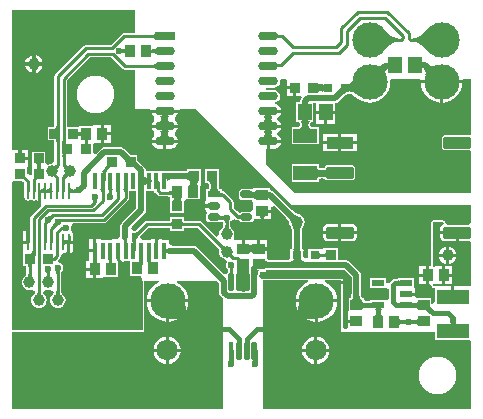
<source format=gtl>
G04*
G04 #@! TF.GenerationSoftware,Altium Limited,Altium Designer,19.1.7 (138)*
G04*
G04 Layer_Physical_Order=1*
G04 Layer_Color=255*
%FSLAX25Y25*%
%MOIN*%
G70*
G01*
G75*
%ADD13C,0.01000*%
%ADD15C,0.01200*%
%ADD17R,0.03543X0.03937*%
%ADD18R,0.03347X0.03347*%
%ADD19R,0.06693X0.02992*%
%ADD20R,0.03937X0.03543*%
%ADD21R,0.03347X0.03347*%
%ADD22R,0.00943X0.05456*%
%ADD23O,0.00943X0.05456*%
%ADD24O,0.06693X0.02992*%
G04:AMPARAMS|DCode=25|XSize=59.06mil|YSize=17.72mil|CornerRadius=4.43mil|HoleSize=0mil|Usage=FLASHONLY|Rotation=90.000|XOffset=0mil|YOffset=0mil|HoleType=Round|Shape=RoundedRectangle|*
%AMROUNDEDRECTD25*
21,1,0.05906,0.00886,0,0,90.0*
21,1,0.05020,0.01772,0,0,90.0*
1,1,0.00886,0.00443,0.02510*
1,1,0.00886,0.00443,-0.02510*
1,1,0.00886,-0.00443,-0.02510*
1,1,0.00886,-0.00443,0.02510*
%
%ADD25ROUNDEDRECTD25*%
%ADD26R,0.01772X0.05906*%
%ADD27R,0.01772X0.05709*%
%ADD28R,0.03937X0.02362*%
G04:AMPARAMS|DCode=29|XSize=23.62mil|YSize=39.37mil|CornerRadius=5.91mil|HoleSize=0mil|Usage=FLASHONLY|Rotation=90.000|XOffset=0mil|YOffset=0mil|HoleType=Round|Shape=RoundedRectangle|*
%AMROUNDEDRECTD29*
21,1,0.02362,0.02756,0,0,90.0*
21,1,0.01181,0.03937,0,0,90.0*
1,1,0.01181,0.01378,0.00591*
1,1,0.01181,0.01378,-0.00591*
1,1,0.01181,-0.01378,-0.00591*
1,1,0.01181,-0.01378,0.00591*
%
%ADD29ROUNDEDRECTD29*%
%ADD30C,0.03937*%
%ADD31R,0.04134X0.02362*%
G04:AMPARAMS|DCode=32|XSize=39.37mil|YSize=90.16mil|CornerRadius=3.94mil|HoleSize=0mil|Usage=FLASHONLY|Rotation=270.000|XOffset=0mil|YOffset=0mil|HoleType=Round|Shape=RoundedRectangle|*
%AMROUNDEDRECTD32*
21,1,0.03937,0.08228,0,0,270.0*
21,1,0.03150,0.09016,0,0,270.0*
1,1,0.00787,-0.04114,-0.01575*
1,1,0.00787,-0.04114,0.01575*
1,1,0.00787,0.04114,0.01575*
1,1,0.00787,0.04114,-0.01575*
%
%ADD32ROUNDEDRECTD32*%
%ADD33R,0.09016X0.03937*%
%ADD34R,0.03150X0.03150*%
%ADD35R,0.07874X0.04724*%
%ADD36R,0.04528X0.05512*%
%ADD37R,0.10630X0.05118*%
%ADD61C,0.02000*%
%ADD62C,0.03000*%
%ADD63C,0.01799*%
%ADD64C,0.01800*%
%ADD65C,0.04000*%
%ADD66C,0.01500*%
%ADD67C,0.07087*%
%ADD68C,0.11811*%
%ADD69C,0.02362*%
G36*
X42126Y126531D02*
X38719D01*
X38719Y126531D01*
X38290Y126446D01*
X37926Y126202D01*
X37926Y126202D01*
X34299Y122575D01*
X25925D01*
X25925Y122575D01*
X25496Y122490D01*
X25132Y122247D01*
X25132Y122247D01*
X15727Y112842D01*
X15484Y112478D01*
X15398Y112049D01*
X15398Y112049D01*
Y95654D01*
X15371Y95592D01*
X15366Y95420D01*
X15355Y95293D01*
X15339Y95197D01*
X15336Y95187D01*
X13180D01*
Y90640D01*
X15336D01*
X15339Y90630D01*
X15355Y90534D01*
X15366Y90407D01*
X15371Y90235D01*
X15398Y90173D01*
Y87369D01*
X15398Y87369D01*
X15398Y87369D01*
Y83783D01*
X15372Y83699D01*
X14567Y82906D01*
X13896Y82817D01*
X13411Y82616D01*
X12910Y82811D01*
X12411Y83159D01*
Y86919D01*
X7865D01*
Y82372D01*
X7864D01*
Y81801D01*
X7865D01*
Y79502D01*
X7569Y79229D01*
X6338Y79382D01*
X6309Y79430D01*
Y81138D01*
X6709Y81972D01*
X6709Y82635D01*
Y84146D01*
X4035D01*
Y84646D01*
X3535D01*
Y86295D01*
X2937D01*
X3032Y86305D01*
X3117Y86335D01*
X3192Y86386D01*
X3257Y86457D01*
X3312Y86548D01*
X3357Y86659D01*
X3392Y86791D01*
X3417Y86943D01*
X3432Y87115D01*
X3436Y87251D01*
X3434Y87318D01*
X3434Y87319D01*
X1362Y87319D01*
X1122Y88219D01*
Y134048D01*
X42126D01*
Y126531D01*
D02*
G37*
G36*
X89587Y126309D02*
X89626Y126225D01*
X89692Y126151D01*
X89783Y126087D01*
X89900Y126033D01*
X90044Y125988D01*
X90214Y125954D01*
X90410Y125929D01*
X90632Y125914D01*
X90879Y125909D01*
Y124909D01*
X90632Y124905D01*
X90214Y124865D01*
X90044Y124831D01*
X89900Y124786D01*
X89783Y124732D01*
X89692Y124668D01*
X89626Y124594D01*
X89587Y124510D01*
X89574Y124417D01*
Y126402D01*
X89587Y126309D01*
D02*
G37*
G36*
X48859Y124409D02*
X48849Y124504D01*
X48818Y124590D01*
X48768Y124664D01*
X48697Y124729D01*
X48606Y124784D01*
X48494Y124829D01*
X48363Y124864D01*
X48211Y124890D01*
X48039Y124904D01*
X47847Y124909D01*
Y125909D01*
X48039Y125915D01*
X48211Y125929D01*
X48363Y125954D01*
X48494Y125989D01*
X48606Y126034D01*
X48697Y126090D01*
X48768Y126154D01*
X48818Y126229D01*
X48849Y126314D01*
X48859Y126409D01*
Y124409D01*
D02*
G37*
G36*
X38988Y119472D02*
X38978Y119567D01*
X38948Y119652D01*
X38898Y119727D01*
X38828Y119792D01*
X38738Y119847D01*
X38628Y119892D01*
X38498Y119927D01*
X38427Y119939D01*
X38342Y119920D01*
X38245Y119891D01*
X38155Y119855D01*
X38070Y119812D01*
X37991Y119763D01*
X37918Y119708D01*
X37851Y119646D01*
Y121299D01*
X37918Y121237D01*
X37991Y121182D01*
X38070Y121133D01*
X38155Y121090D01*
X38245Y121054D01*
X38342Y121025D01*
X38427Y121006D01*
X38498Y121017D01*
X38628Y121052D01*
X38738Y121097D01*
X38828Y121152D01*
X38898Y121217D01*
X38948Y121292D01*
X38978Y121377D01*
X38988Y121472D01*
Y119472D01*
D02*
G37*
G36*
X140283Y120012D02*
X139589Y120702D01*
X137739Y122337D01*
X137199Y122737D01*
X136697Y123064D01*
X136234Y123319D01*
X135808Y123500D01*
X135421Y123609D01*
X135072Y123646D01*
Y124646D01*
X135421Y124682D01*
X135808Y124791D01*
X136234Y124973D01*
X136697Y125227D01*
X137199Y125554D01*
X137739Y125954D01*
X138934Y126971D01*
X140283Y128279D01*
Y120012D01*
D02*
G37*
G36*
X125395Y127589D02*
X127245Y125954D01*
X127785Y125554D01*
X128287Y125227D01*
X128751Y124973D01*
X129176Y124791D01*
X129563Y124682D01*
X129912Y124646D01*
Y123646D01*
X129563Y123609D01*
X129176Y123500D01*
X128751Y123319D01*
X128287Y123064D01*
X127785Y122737D01*
X127245Y122337D01*
X126050Y121320D01*
X124702Y120012D01*
Y128279D01*
X125395Y127589D01*
D02*
G37*
G36*
X47821Y121315D02*
X47851Y121229D01*
X47902Y121154D01*
X47973Y121089D01*
X48064Y121034D01*
X48175Y120990D01*
X48307Y120954D01*
X48415Y120937D01*
X48597Y120954D01*
X48767Y120988D01*
X48911Y121033D01*
X49028Y121087D01*
X49119Y121151D01*
X49185Y121225D01*
X49224Y121309D01*
X49237Y121402D01*
Y119417D01*
X49224Y119510D01*
X49185Y119594D01*
X49119Y119668D01*
X49028Y119732D01*
X48911Y119786D01*
X48767Y119831D01*
X48597Y119865D01*
X48435Y119886D01*
X48307Y119864D01*
X48175Y119829D01*
X48064Y119784D01*
X47973Y119729D01*
X47902Y119665D01*
X47851Y119589D01*
X47821Y119504D01*
X47811Y119409D01*
Y121409D01*
X47821Y121315D01*
D02*
G37*
G36*
X126428Y114699D02*
X126226Y114486D01*
X126052Y114281D01*
X125908Y114083D01*
X125793Y113894D01*
X125707Y113712D01*
X125649Y113538D01*
X125621Y113372D01*
X125622Y113214D01*
X125651Y113063D01*
X125710Y112920D01*
X123235Y115395D01*
X123378Y115336D01*
X123529Y115307D01*
X123687Y115306D01*
X123853Y115334D01*
X124027Y115392D01*
X124209Y115478D01*
X124398Y115593D01*
X124596Y115737D01*
X124801Y115911D01*
X125014Y116113D01*
X126428Y114699D01*
D02*
G37*
G36*
X89420Y116490D02*
X89475Y116421D01*
X89553Y116360D01*
X89655Y116308D01*
X89782Y116263D01*
X89932Y116227D01*
X90106Y116198D01*
X90305Y116178D01*
X90774Y116162D01*
X90859Y115162D01*
X90641Y115158D01*
X90280Y115125D01*
X90137Y115096D01*
X90019Y115059D01*
X89926Y115014D01*
X89857Y114961D01*
X89814Y114899D01*
X89795Y114830D01*
X89801Y114752D01*
X89390Y116567D01*
X89420Y116490D01*
D02*
G37*
G36*
X49237Y114417D02*
X49224Y114510D01*
X49185Y114594D01*
X49119Y114668D01*
X49028Y114732D01*
X48911Y114786D01*
X48767Y114831D01*
X48597Y114865D01*
X48401Y114890D01*
X48180Y114904D01*
X47932Y114909D01*
Y115909D01*
X48180Y115914D01*
X48597Y115954D01*
X48767Y115988D01*
X48911Y116033D01*
X49028Y116087D01*
X49119Y116151D01*
X49185Y116225D01*
X49224Y116308D01*
X49237Y116402D01*
Y114417D01*
D02*
G37*
G36*
X139896Y116206D02*
X140164Y115994D01*
X140432Y115819D01*
X140699Y115682D01*
X140965Y115583D01*
X141232Y115521D01*
X141498Y115496D01*
X141764Y115509D01*
X142030Y115560D01*
X142295Y115648D01*
X139022Y112374D01*
X139110Y112639D01*
X139160Y112905D01*
X139173Y113171D01*
X139148Y113437D01*
X139086Y113704D01*
X138987Y113971D01*
X138850Y114238D01*
X138676Y114505D01*
X138464Y114773D01*
X138214Y115041D01*
X139628Y116455D01*
X139896Y116206D01*
D02*
G37*
G36*
X120838Y109816D02*
X120594Y109569D01*
X120377Y109321D01*
X120527Y109170D01*
X120448Y109155D01*
X120350Y109114D01*
X120233Y109047D01*
X120098Y108956D01*
X119972Y108860D01*
X119757Y108614D01*
X119665Y108479D01*
X119599Y108363D01*
X119558Y108265D01*
X119542Y108186D01*
X119386Y108342D01*
X118897Y107875D01*
X118190Y108582D01*
X118433Y108829D01*
X118651Y109077D01*
X118501Y109227D01*
X118580Y109243D01*
X118678Y109284D01*
X118794Y109350D01*
X118929Y109442D01*
X119055Y109538D01*
X119271Y109783D01*
X119362Y109918D01*
X119429Y110035D01*
X119469Y110133D01*
X119485Y110212D01*
X119642Y110055D01*
X120131Y110523D01*
X120838Y109816D01*
D02*
G37*
G36*
X115372Y109247D02*
X115964Y109228D01*
Y107544D01*
X116598Y105722D01*
X116246Y106009D01*
X115879Y106264D01*
X115497Y106490D01*
X115100Y106686D01*
X114688Y106852D01*
X114260Y106987D01*
X114226Y106995D01*
X114144Y106953D01*
X114044Y106868D01*
X113984Y106772D01*
X113964Y106666D01*
Y107058D01*
X113818Y107093D01*
X113361Y107168D01*
X113144Y107189D01*
X113667Y106666D01*
X113512Y106779D01*
X113328Y106835D01*
X113116D01*
X112875Y106779D01*
X112607Y106666D01*
X112310Y106496D01*
X111984Y106270D01*
X111631Y105987D01*
X110839Y105251D01*
X109425Y106666D01*
X109820Y107076D01*
X110443Y107811D01*
X110669Y108136D01*
X110839Y108433D01*
X110952Y108702D01*
X111009Y108942D01*
Y109155D01*
X110952Y109338D01*
X110839Y109494D01*
X112402Y107931D01*
Y109228D01*
X112767Y109248D01*
X113102Y109309D01*
X113406Y109410D01*
X113679Y109551D01*
X113922Y109732D01*
X113964Y109776D01*
Y109791D01*
X113967Y109779D01*
X114134Y109954D01*
X114316Y110216D01*
X114467Y110518D01*
X114587Y110860D01*
X114677Y111243D01*
X115372Y109247D01*
D02*
G37*
G36*
X103256Y109803D02*
X103316Y109691D01*
X103416Y109592D01*
X103556Y109506D01*
X103736Y109433D01*
X103956Y109373D01*
X104124Y109344D01*
X104213Y109352D01*
X104433Y109399D01*
X104613Y109456D01*
X104753Y109524D01*
X104853Y109603D01*
X104913Y109692D01*
X104933Y109791D01*
Y109279D01*
X105236Y109268D01*
Y107268D01*
X104933Y107262D01*
Y106666D01*
X104913Y106780D01*
X104853Y106882D01*
X104753Y106973D01*
X104613Y107051D01*
X104433Y107117D01*
X104213Y107171D01*
X104106Y107189D01*
X103956Y107162D01*
X103736Y107102D01*
X103556Y107030D01*
X103416Y106944D01*
X103316Y106844D01*
X103256Y106732D01*
X103236Y106606D01*
Y107258D01*
X102933Y107268D01*
Y109268D01*
X103236Y109272D01*
Y109929D01*
X103256Y109803D01*
D02*
G37*
G36*
X100057Y103708D02*
X100103Y103033D01*
X100125Y102925D01*
X100150Y102840D01*
X100179Y102780D01*
X100212Y102744D01*
X100248Y102732D01*
X97862D01*
X97899Y102744D01*
X97931Y102780D01*
X97961Y102840D01*
X97986Y102925D01*
X98007Y103033D01*
X98024Y103166D01*
X98047Y103503D01*
X98055Y103937D01*
X100055D01*
X100057Y103708D01*
D02*
G37*
G36*
X88439Y98924D02*
X88269Y98863D01*
X88119Y98761D01*
X87989Y98619D01*
X87880Y98436D01*
X87790Y98213D01*
X87720Y97949D01*
X87713Y97909D01*
X87720Y97870D01*
X87790Y97606D01*
X87880Y97383D01*
X87989Y97200D01*
X88119Y97058D01*
X88269Y96956D01*
X88439Y96895D01*
X88628Y96875D01*
X84632D01*
X84821Y96895D01*
X84991Y96956D01*
X85141Y97058D01*
X85271Y97200D01*
X85380Y97383D01*
X85470Y97606D01*
X85540Y97870D01*
X85546Y97909D01*
X85540Y97949D01*
X85470Y98213D01*
X85380Y98436D01*
X85271Y98619D01*
X85141Y98761D01*
X84991Y98863D01*
X84821Y98924D01*
X84632Y98944D01*
X88628D01*
X88439Y98924D01*
D02*
G37*
G36*
X100810Y97248D02*
X100640Y97188D01*
X100490Y97087D01*
X100360Y96946D01*
X100250Y96765D01*
X100160Y96544D01*
X100090Y96282D01*
X100040Y95980D01*
X100036Y95937D01*
X100040Y95894D01*
X100090Y95592D01*
X100160Y95330D01*
X100250Y95109D01*
X100360Y94928D01*
X100490Y94787D01*
X100640Y94686D01*
X100810Y94626D01*
X101000Y94606D01*
X97000D01*
X97190Y94626D01*
X97360Y94686D01*
X97510Y94787D01*
X97640Y94928D01*
X97750Y95109D01*
X97840Y95330D01*
X97910Y95592D01*
X97960Y95894D01*
X97964Y95937D01*
X97960Y95980D01*
X97910Y96282D01*
X97840Y96544D01*
X97750Y96765D01*
X97640Y96946D01*
X97510Y97087D01*
X97360Y97188D01*
X97190Y97248D01*
X97000Y97268D01*
X101000D01*
X100810Y97248D01*
D02*
G37*
G36*
X17021Y95385D02*
X17066Y94665D01*
X17080Y94615D01*
X17096Y94585D01*
X17114Y94575D01*
X15520Y94563D01*
X15615Y94573D01*
X15700Y94604D01*
X15775Y94655D01*
X15840Y94726D01*
X15895Y94818D01*
X15940Y94929D01*
X15975Y95060D01*
X16000Y95211D01*
X16015Y95383D01*
X16020Y95575D01*
X17020D01*
X17021Y95385D01*
D02*
G37*
G36*
X24335Y91913D02*
X24325Y92008D01*
X24295Y92093D01*
X24244Y92168D01*
X24173Y92233D01*
X24082Y92288D01*
X23971Y92333D01*
X23839Y92368D01*
X23772Y92379D01*
X23706Y92368D01*
X23576Y92333D01*
X23466Y92288D01*
X23376Y92233D01*
X23306Y92168D01*
X23256Y92093D01*
X23226Y92008D01*
X23216Y91913D01*
Y93913D01*
X23226Y93818D01*
X23256Y93733D01*
X23306Y93658D01*
X23376Y93593D01*
X23466Y93538D01*
X23576Y93493D01*
X23706Y93458D01*
X23772Y93447D01*
X23839Y93458D01*
X23971Y93493D01*
X24082Y93538D01*
X24173Y93593D01*
X24244Y93658D01*
X24295Y93733D01*
X24325Y93818D01*
X24335Y93913D01*
Y91913D01*
D02*
G37*
G36*
X92334Y111024D02*
X92799Y110941D01*
X92799Y110524D01*
Y108768D01*
X95472D01*
Y108268D01*
X95972D01*
Y105595D01*
X97698D01*
X97905Y105095D01*
X97902Y105091D01*
X97548Y104561D01*
X97443Y104034D01*
X97406Y103949D01*
X97398Y103531D01*
X97386Y103356D01*
X96053D01*
Y96644D01*
X96891D01*
X96932Y96622D01*
X97045Y96610D01*
X97066Y96603D01*
X97085Y96590D01*
X97119Y96553D01*
X97168Y96472D01*
X97223Y96337D01*
X97275Y96145D01*
X97309Y95937D01*
X97275Y95729D01*
X97223Y95537D01*
X97168Y95402D01*
X97119Y95321D01*
X97085Y95284D01*
X97066Y95271D01*
X97045Y95264D01*
X96932Y95252D01*
X96891Y95230D01*
X94463D01*
Y89306D01*
X103537D01*
Y95230D01*
X101109D01*
X101068Y95252D01*
X100955Y95264D01*
X100934Y95271D01*
X100915Y95284D01*
X100881Y95321D01*
X100832Y95402D01*
X100777Y95537D01*
X100725Y95729D01*
X100691Y95937D01*
X100725Y96145D01*
X100777Y96337D01*
X100832Y96472D01*
X100881Y96553D01*
X100915Y96590D01*
X100934Y96603D01*
X100955Y96610D01*
X101068Y96622D01*
X101109Y96644D01*
X101781D01*
Y103093D01*
X102543D01*
Y100500D01*
X105807D01*
X109071D01*
Y103128D01*
X109522Y103217D01*
X110051Y103571D01*
X111241Y104761D01*
X111281Y104775D01*
X112055Y105495D01*
X112373Y105749D01*
X112657Y105946D01*
X112845Y106053D01*
X113577D01*
X113667Y106016D01*
X113716Y106037D01*
X113768Y106024D01*
X113810Y106050D01*
X113845Y106027D01*
X113906Y106040D01*
X113964Y106016D01*
X114055Y106053D01*
X114576D01*
X114576Y106053D01*
Y106053D01*
X115039Y105920D01*
X115578Y105263D01*
X116629Y104400D01*
X117829Y103759D01*
X119131Y103364D01*
X120484Y103230D01*
X121838Y103364D01*
X123140Y103759D01*
X124339Y104400D01*
X125391Y105263D01*
X126254Y106314D01*
X126895Y107514D01*
X127290Y108816D01*
X127423Y110169D01*
X127375Y110653D01*
X127711Y111024D01*
X137273D01*
X137594Y110669D01*
X144500D01*
X151406D01*
X151727Y111024D01*
X154414D01*
Y92839D01*
X153914Y92515D01*
X153744Y92549D01*
X145516D01*
X145128Y92471D01*
X144799Y92252D01*
X144580Y91923D01*
X144503Y91535D01*
Y88386D01*
X144580Y87998D01*
X144799Y87669D01*
X145128Y87450D01*
X145516Y87373D01*
X153744D01*
X153914Y87406D01*
X154414Y87083D01*
Y73169D01*
X95335Y73169D01*
X85827Y82677D01*
Y87865D01*
X86130D01*
Y90409D01*
X86630D01*
Y90909D01*
X90926D01*
X90832Y91383D01*
X90280Y92209D01*
X89654Y92627D01*
Y93192D01*
X90280Y93610D01*
X90832Y94436D01*
X90926Y94910D01*
X86630D01*
Y95910D01*
X90926D01*
X90832Y96383D01*
X90280Y97209D01*
X89654Y97627D01*
Y98192D01*
X90280Y98610D01*
X90832Y99436D01*
X90926Y99910D01*
X86630D01*
Y100909D01*
X90926D01*
X90832Y101383D01*
X90280Y102209D01*
X89454Y102761D01*
X88963Y102858D01*
Y103368D01*
X89298Y103435D01*
X89991Y103898D01*
X90455Y104592D01*
X90617Y105409D01*
X90455Y106227D01*
X89991Y106921D01*
X89298Y107384D01*
X88480Y107547D01*
X85827D01*
Y108272D01*
X88480D01*
X89298Y108435D01*
X89991Y108898D01*
X90455Y109592D01*
X90617Y110409D01*
X90572Y110637D01*
X90889Y111024D01*
X92334D01*
D02*
G37*
G36*
X88439Y93924D02*
X88269Y93863D01*
X88119Y93761D01*
X87989Y93619D01*
X87880Y93436D01*
X87790Y93213D01*
X87720Y92949D01*
X87713Y92909D01*
X87720Y92870D01*
X87790Y92606D01*
X87880Y92383D01*
X87989Y92200D01*
X88119Y92058D01*
X88269Y91956D01*
X88439Y91895D01*
X88628Y91875D01*
X84632D01*
X84821Y91895D01*
X84991Y91956D01*
X85141Y92058D01*
X85271Y92200D01*
X85380Y92383D01*
X85470Y92606D01*
X85540Y92870D01*
X85546Y92909D01*
X85540Y92949D01*
X85470Y93213D01*
X85380Y93436D01*
X85271Y93619D01*
X85141Y93761D01*
X84991Y93863D01*
X84821Y93924D01*
X84632Y93944D01*
X88628D01*
X88439Y93924D01*
D02*
G37*
G36*
X17114Y91252D02*
X17096Y91242D01*
X17080Y91212D01*
X17066Y91162D01*
X17054Y91092D01*
X17043Y91002D01*
X17023Y90612D01*
X17020Y90252D01*
X16020D01*
X16015Y90444D01*
X16000Y90615D01*
X15975Y90767D01*
X15940Y90898D01*
X15895Y91009D01*
X15840Y91100D01*
X15775Y91171D01*
X15700Y91223D01*
X15615Y91253D01*
X15520Y91264D01*
X17114Y91252D01*
D02*
G37*
G36*
X26988Y90959D02*
X26903Y90928D01*
X26828Y90878D01*
X26763Y90807D01*
X26708Y90716D01*
X26663Y90605D01*
X26628Y90473D01*
X26603Y90321D01*
X26593Y90207D01*
X26603Y90092D01*
X26628Y89940D01*
X26663Y89809D01*
X26708Y89697D01*
X26763Y89606D01*
X26828Y89536D01*
X26903Y89485D01*
X26988Y89455D01*
X27083Y89445D01*
X25083D01*
X25178Y89455D01*
X25263Y89485D01*
X25338Y89536D01*
X25403Y89606D01*
X25458Y89697D01*
X25503Y89809D01*
X25538Y89940D01*
X25563Y90092D01*
X25573Y90207D01*
X25563Y90321D01*
X25538Y90473D01*
X25503Y90605D01*
X25458Y90716D01*
X25403Y90807D01*
X25338Y90878D01*
X25263Y90928D01*
X25178Y90959D01*
X25083Y90969D01*
X27083D01*
X26988Y90959D01*
D02*
G37*
G36*
X19025Y90265D02*
X19040Y90094D01*
X19065Y89942D01*
X19100Y89811D01*
X19145Y89700D01*
X19200Y89609D01*
X19265Y89537D01*
X19340Y89486D01*
X19425Y89455D01*
X19520Y89445D01*
X18122Y89456D01*
X18103Y89467D01*
X18085Y89496D01*
X18070Y89547D01*
X18057Y89617D01*
X18045Y89706D01*
X18029Y89947D01*
X18020Y90456D01*
X19020D01*
X19025Y90265D01*
D02*
G37*
G36*
X19425Y86135D02*
X19340Y86104D01*
X19265Y86053D01*
X19200Y85982D01*
X19145Y85891D01*
X19100Y85780D01*
X19065Y85648D01*
X19040Y85497D01*
X19025Y85326D01*
X19020Y85134D01*
X18020D01*
X18122Y86134D01*
X19520Y86146D01*
X19425Y86135D01*
D02*
G37*
G36*
X39595Y86144D02*
X40331Y85522D01*
X40656Y85295D01*
X40953Y85126D01*
X41222Y85013D01*
X41462Y84956D01*
X41674D01*
X41858Y85013D01*
X42014Y85126D01*
X39185Y82297D01*
X39298Y82453D01*
X39355Y82637D01*
Y82849D01*
X39298Y83089D01*
X39185Y83358D01*
X39015Y83655D01*
X38789Y83980D01*
X38506Y84334D01*
X37771Y85126D01*
X39185Y86540D01*
X39595Y86144D01*
D02*
G37*
G36*
X16873Y82016D02*
X16758Y81895D01*
X16573Y81668D01*
X16503Y81561D01*
X16449Y81459D01*
X16410Y81362D01*
X16386Y81270D01*
X16377Y81182D01*
X16383Y81099D01*
X16405Y81020D01*
X15136Y82199D01*
X15216Y82183D01*
X15302Y82183D01*
X15392Y82197D01*
X15488Y82227D01*
X15588Y82271D01*
X15694Y82331D01*
X15804Y82407D01*
X15920Y82497D01*
X16040Y82602D01*
X16166Y82723D01*
X16873Y82016D01*
D02*
G37*
G36*
X34497Y81803D02*
X34419Y81860D01*
X34327Y81888D01*
X34221D01*
X34101Y81860D01*
X33967Y81803D01*
X33818Y81718D01*
X33656Y81605D01*
X33479Y81464D01*
X33083Y81096D01*
X32376Y81803D01*
X32574Y82008D01*
X32885Y82376D01*
X32998Y82539D01*
X33083Y82687D01*
X33139Y82822D01*
X33168Y82942D01*
Y83048D01*
X33139Y83140D01*
X33083Y83218D01*
X34497Y81803D01*
D02*
G37*
G36*
X11043Y82986D02*
X10958Y82956D01*
X10883Y82905D01*
X10818Y82835D01*
X10763Y82743D01*
X10718Y82632D01*
X10683Y82501D01*
X10658Y82349D01*
X10643Y82177D01*
X10640Y82087D01*
X10643Y81997D01*
X10658Y81824D01*
X10683Y81673D01*
X10718Y81541D01*
X10763Y81430D01*
X10818Y81339D01*
X10883Y81268D01*
X10958Y81217D01*
X11043Y81187D01*
X11138Y81177D01*
X9138D01*
X9233Y81187D01*
X9318Y81217D01*
X9393Y81268D01*
X9458Y81339D01*
X9513Y81430D01*
X9558Y81541D01*
X9593Y81673D01*
X9618Y81824D01*
X9633Y81997D01*
X9635Y82087D01*
X9633Y82177D01*
X9618Y82349D01*
X9593Y82501D01*
X9558Y82632D01*
X9513Y82743D01*
X9458Y82835D01*
X9393Y82905D01*
X9318Y82956D01*
X9233Y82986D01*
X9138Y82996D01*
X11138D01*
X11043Y82986D01*
D02*
G37*
G36*
X18999Y82602D02*
X19235Y82407D01*
X19346Y82331D01*
X19451Y82271D01*
X19552Y82227D01*
X19647Y82197D01*
X19738Y82183D01*
X19823Y82183D01*
X19903Y82199D01*
X18634Y81020D01*
X18656Y81099D01*
X18663Y81182D01*
X18654Y81270D01*
X18630Y81362D01*
X18590Y81459D01*
X18536Y81561D01*
X18466Y81668D01*
X18382Y81779D01*
X18281Y81895D01*
X18166Y82016D01*
X18873Y82723D01*
X18999Y82602D01*
D02*
G37*
G36*
X32370Y80008D02*
X31287Y79996D01*
X31305Y80002D01*
X31321Y80020D01*
X31335Y80051D01*
X31348Y80093D01*
X31358Y80148D01*
X31367Y80215D01*
X31378Y80384D01*
X31382Y80602D01*
X32382D01*
X32370Y80008D01*
D02*
G37*
G36*
X19981Y78409D02*
X19867Y78430D01*
X19752Y78435D01*
X19636Y78425D01*
X19518Y78398D01*
X19398Y78356D01*
X19276Y78298D01*
X19153Y78224D01*
X19028Y78135D01*
X18901Y78029D01*
X18773Y77908D01*
X18066Y78615D01*
X18187Y78743D01*
X18292Y78870D01*
X18382Y78995D01*
X18456Y79118D01*
X18514Y79240D01*
X18556Y79360D01*
X18582Y79478D01*
X18593Y79595D01*
X18587Y79710D01*
X18566Y79823D01*
X19981Y78409D01*
D02*
G37*
G36*
X45989Y78227D02*
X46239Y78193D01*
X46528Y78172D01*
X46850Y78165D01*
Y76165D01*
X46528Y76158D01*
X45989Y76104D01*
Y75480D01*
X45972Y75610D01*
X45921Y75727D01*
X45836Y75830D01*
X45717Y75919D01*
X45571Y75991D01*
X45425Y75919D01*
X45306Y75830D01*
X45221Y75727D01*
X45170Y75610D01*
X45153Y75480D01*
Y76104D01*
X44902Y76138D01*
X44614Y76158D01*
X44291Y76165D01*
Y78165D01*
X44614Y78172D01*
X45153Y78227D01*
Y78851D01*
X45170Y78720D01*
X45221Y78604D01*
X45306Y78501D01*
X45425Y78412D01*
X45571Y78340D01*
X45717Y78412D01*
X45836Y78501D01*
X45921Y78604D01*
X45972Y78720D01*
X45989Y78851D01*
Y78227D01*
D02*
G37*
G36*
X16279Y79327D02*
X16273Y79271D01*
X16280Y79209D01*
X16299Y79141D01*
X16333Y79068D01*
X16379Y78988D01*
X16438Y78904D01*
X16510Y78813D01*
X16694Y78614D01*
X15987Y77907D01*
X15871Y78020D01*
X15564Y78279D01*
X15475Y78338D01*
X15394Y78384D01*
X15319Y78416D01*
X15252Y78434D01*
X15192Y78440D01*
X15138Y78431D01*
X16298Y79378D01*
X16279Y79327D01*
D02*
G37*
G36*
X4614Y77232D02*
X4728Y77153D01*
X5056Y76875D01*
X5246Y76692D01*
X5310Y76666D01*
X5369Y76608D01*
Y73954D01*
X5399Y73807D01*
Y71698D01*
X5482Y71280D01*
X5719Y70925D01*
X6073Y70688D01*
X6491Y70605D01*
X6909Y70688D01*
X7476Y70861D01*
X8043Y70688D01*
X8461Y70605D01*
X8879Y70688D01*
X8932Y70724D01*
X9370Y70637D01*
X9789Y70357D01*
X9872Y70426D01*
X9959Y70509D01*
X10231Y70237D01*
X10431Y70198D01*
X10689Y70249D01*
X10857Y70116D01*
X10964Y68826D01*
X7668Y65530D01*
X7425Y65166D01*
X7339Y64737D01*
X7339Y64737D01*
Y60482D01*
X7000D01*
X6991Y59684D01*
Y56754D01*
X6491D01*
Y56254D01*
X5020D01*
Y53454D01*
X4912D01*
Y48908D01*
X6002D01*
X6004Y48899D01*
X6020Y48803D01*
X6031Y48675D01*
X6036Y48503D01*
X6064Y48441D01*
Y46325D01*
X6036Y46268D01*
X6039Y46260D01*
X6036Y46253D01*
X6031Y46097D01*
X6020Y45979D01*
X6003Y45880D01*
X5983Y45800D01*
X5960Y45740D01*
X5939Y45698D01*
X5920Y45669D01*
X5904Y45651D01*
X5889Y45638D01*
X5831Y45603D01*
X5795Y45553D01*
X5737Y45532D01*
X5720Y45496D01*
X5255Y45139D01*
X4843Y44602D01*
X4584Y43978D01*
X4496Y43307D01*
X4584Y42637D01*
X4843Y42012D01*
X5255Y41475D01*
X5791Y41063D01*
X6416Y40805D01*
X7087Y40716D01*
X7757Y40805D01*
X7891Y40860D01*
X8886Y40370D01*
X8938Y40223D01*
X8945Y40061D01*
X8881Y39695D01*
X8840Y39568D01*
X8404Y39233D01*
X7993Y38697D01*
X7734Y38072D01*
X7646Y37402D01*
X7734Y36731D01*
X7993Y36106D01*
X8404Y35570D01*
X8941Y35158D01*
X9566Y34899D01*
X10236Y34811D01*
X10907Y34899D01*
X11532Y35158D01*
X12068Y35570D01*
X12480Y36106D01*
X12739Y36731D01*
X12827Y37402D01*
X12739Y38072D01*
X12480Y38697D01*
X12068Y39233D01*
X11805Y39436D01*
X11783Y39494D01*
X11726Y39521D01*
X11714Y39541D01*
X11696Y39706D01*
X11705Y40057D01*
X11770Y40281D01*
X12715Y40805D01*
X13386Y40716D01*
X14056Y40805D01*
X15083Y40316D01*
X15162Y40095D01*
X15177Y40041D01*
X15176Y40008D01*
X15076Y39556D01*
X15054Y39502D01*
X14704Y39233D01*
X14292Y38697D01*
X14033Y38072D01*
X13945Y37402D01*
X14033Y36731D01*
X14292Y36106D01*
X14704Y35570D01*
X15240Y35158D01*
X15865Y34899D01*
X16535Y34811D01*
X17206Y34899D01*
X17831Y35158D01*
X18367Y35570D01*
X18779Y36106D01*
X19038Y36731D01*
X19126Y37402D01*
X19038Y38072D01*
X18779Y38697D01*
X18367Y39233D01*
X18017Y39502D01*
X17995Y39556D01*
X17937Y39580D01*
X17903Y39633D01*
X17845Y39672D01*
X17826Y39690D01*
X17806Y39713D01*
X17784Y39748D01*
X17761Y39796D01*
X17738Y39862D01*
X17717Y39945D01*
X17700Y40047D01*
X17689Y40168D01*
X17685Y40324D01*
X17657Y40386D01*
Y46173D01*
X17685Y46235D01*
X17687Y46336D01*
X17694Y46411D01*
X17704Y46476D01*
X17716Y46532D01*
X17730Y46579D01*
X17746Y46619D01*
X17763Y46651D01*
X17780Y46679D01*
X17798Y46702D01*
X17839Y46747D01*
X17863Y46812D01*
X18213Y47337D01*
X18351Y48031D01*
X18213Y48726D01*
X17819Y49316D01*
X17230Y49709D01*
X16940Y49767D01*
X16552Y50793D01*
X17134Y51375D01*
X17134Y51375D01*
X17377Y51738D01*
X17462Y52168D01*
X17462Y52168D01*
Y52184D01*
X18311Y52998D01*
X18885Y53112D01*
X19296Y53386D01*
X19707Y53112D01*
X19781Y53097D01*
Y55939D01*
X19734Y56009D01*
X19663Y56074D01*
X19572Y56129D01*
X19460Y56174D01*
X19329Y56209D01*
X19296Y56215D01*
X19263Y56209D01*
X19131Y56174D01*
X19020Y56129D01*
X18929Y56074D01*
X18858Y56009D01*
X18808Y55934D01*
X18777Y55849D01*
X18767Y55754D01*
Y57754D01*
X18777Y57659D01*
X18808Y57574D01*
X18858Y57499D01*
X18929Y57434D01*
X19020Y57379D01*
X19131Y57334D01*
X19263Y57299D01*
X19296Y57294D01*
X19329Y57299D01*
X19460Y57334D01*
X19572Y57379D01*
X19663Y57434D01*
X19734Y57499D01*
X19784Y57574D01*
X19814Y57659D01*
X19825Y57754D01*
Y56754D01*
X20281D01*
Y57254D01*
X21781D01*
Y59011D01*
X21667Y59585D01*
X21342Y60072D01*
X20969Y60722D01*
X21107Y61417D01*
X20996Y61976D01*
X21125Y62327D01*
X21595Y62976D01*
X31814D01*
X31814Y62976D01*
X32243Y63061D01*
X32607Y63305D01*
X39938Y70635D01*
X39938Y70635D01*
X40181Y70999D01*
X40266Y71428D01*
Y73246D01*
X40294Y73309D01*
X40298Y73483D01*
X40307Y73617D01*
X40320Y73711D01*
X42660D01*
Y67981D01*
X37892Y63214D01*
X37538Y62684D01*
X37414Y62060D01*
Y59530D01*
X37299Y59356D01*
X37160Y58661D01*
X36314Y57791D01*
X34728D01*
Y57391D01*
X30823D01*
Y57791D01*
X29437D01*
Y53937D01*
X28937D01*
Y53437D01*
X27051D01*
Y50606D01*
X26067D01*
Y48212D01*
X26137Y48190D01*
X26239Y48167D01*
X26348Y48151D01*
X26354Y48150D01*
X26439Y48158D01*
X26589Y48183D01*
X26719Y48218D01*
X26829Y48263D01*
X26919Y48318D01*
X26989Y48383D01*
X27039Y48458D01*
X27069Y48543D01*
X27079Y48638D01*
Y48138D01*
X28839D01*
Y47638D01*
X29338D01*
Y44669D01*
X31610D01*
X31782Y45069D01*
X36525D01*
Y50083D01*
X37331D01*
X37679Y50430D01*
X37766Y50348D01*
X37853Y50274D01*
X37941Y50209D01*
X38030Y50153D01*
X38119Y50105D01*
X38171Y50083D01*
X38500D01*
Y50483D01*
X40542D01*
Y45463D01*
X44275D01*
X44532Y44569D01*
X44532Y43952D01*
X44803D01*
X44803Y43569D01*
Y27415D01*
X44776Y27404D01*
X1697D01*
X1655Y27421D01*
X1122D01*
Y76520D01*
X1762Y77254D01*
X4133D01*
X4181Y77225D01*
X4233Y77237D01*
X4282Y77217D01*
X4373Y77254D01*
X4575D01*
X4614Y77232D01*
D02*
G37*
G36*
X5640Y79203D02*
X5612Y79111D01*
Y79005D01*
X5640Y78885D01*
X5697Y78750D01*
X5782Y78602D01*
X5895Y78439D01*
X6036Y78262D01*
X6404Y77866D01*
X5697Y77159D01*
X5492Y77357D01*
X5124Y77668D01*
X4961Y77781D01*
X4813Y77866D01*
X4678Y77923D01*
X4558Y77951D01*
X4452D01*
X4360Y77923D01*
X4282Y77866D01*
X5697Y79281D01*
X5640Y79203D01*
D02*
G37*
G36*
X52862Y79957D02*
X52922Y79911D01*
X53022Y79871D01*
X53162Y79836D01*
X53342Y79807D01*
X53562Y79783D01*
X54462Y79743D01*
X54842Y79740D01*
Y77740D01*
X54461Y77730D01*
X54119Y77700D01*
X53818Y77650D01*
X53556Y77580D01*
X53335Y77490D01*
X53154Y77380D01*
X53013Y77250D01*
X52912Y77100D01*
X52851Y76930D01*
X52830Y76740D01*
X52842Y80008D01*
X52862Y79957D01*
D02*
G37*
G36*
X60248Y77079D02*
X60890D01*
X60900Y77199D01*
X60909Y77579D01*
X62910D01*
X62915Y77199D01*
X62924Y77079D01*
X63571D01*
X63445Y77059D01*
X63333Y76999D01*
X63234Y76899D01*
X63147Y76759D01*
X63075Y76579D01*
X63015Y76359D01*
X63002Y76286D01*
X63050Y76078D01*
X63112Y75899D01*
X63185Y75759D01*
X63270Y75659D01*
X63365Y75599D01*
X63472Y75578D01*
X62928D01*
X62910Y75079D01*
X60909D01*
X60903Y75459D01*
X60893Y75578D01*
X59953D01*
X60135Y75599D01*
X60297Y75659D01*
X60441Y75759D01*
X60565Y75899D01*
X60670Y76078D01*
X60756Y76299D01*
X60787Y76419D01*
X60744Y76579D01*
X60671Y76759D01*
X60585Y76899D01*
X60486Y76999D01*
X60374Y77059D01*
X60248Y77079D01*
X60228Y77205D01*
X60168Y77317D01*
X60068Y77416D01*
X59928Y77502D01*
X59748Y77575D01*
X59528Y77634D01*
X59268Y77681D01*
X58968Y77714D01*
X58248Y77740D01*
Y79740D01*
X58628Y79747D01*
X59268Y79800D01*
X59528Y79846D01*
X59748Y79905D01*
X59928Y79978D01*
X60068Y80064D01*
X60168Y80163D01*
X60228Y80276D01*
X60248Y80401D01*
Y77079D01*
D02*
G37*
G36*
X13915Y72954D02*
X13904Y73049D01*
X13874Y73134D01*
X13824Y73209D01*
X13753Y73274D01*
X13662Y73329D01*
X13550Y73374D01*
X13419Y73409D01*
X13386Y73415D01*
X13353Y73409D01*
X13221Y73374D01*
X13110Y73329D01*
X13019Y73274D01*
X12948Y73209D01*
X12898Y73134D01*
X12867Y73049D01*
X12857Y72954D01*
Y74954D01*
X12867Y74859D01*
X12898Y74774D01*
X12948Y74699D01*
X13019Y74634D01*
X13110Y74579D01*
X13221Y74534D01*
X13353Y74499D01*
X13386Y74494D01*
X13419Y74499D01*
X13550Y74534D01*
X13662Y74579D01*
X13753Y74634D01*
X13824Y74699D01*
X13874Y74774D01*
X13904Y74859D01*
X13915Y74954D01*
Y72954D01*
D02*
G37*
G36*
X11945D02*
X11934Y73049D01*
X11904Y73134D01*
X11853Y73209D01*
X11783Y73274D01*
X11692Y73329D01*
X11580Y73374D01*
X11449Y73409D01*
X11416Y73415D01*
X11383Y73409D01*
X11251Y73374D01*
X11140Y73329D01*
X11049Y73274D01*
X10978Y73209D01*
X10928Y73134D01*
X10897Y73049D01*
X10887Y72954D01*
Y74954D01*
X10897Y74859D01*
X10928Y74774D01*
X10978Y74699D01*
X11049Y74634D01*
X11140Y74579D01*
X11251Y74534D01*
X11383Y74499D01*
X11416Y74494D01*
X11449Y74499D01*
X11580Y74534D01*
X11692Y74579D01*
X11783Y74634D01*
X11853Y74699D01*
X11904Y74774D01*
X11934Y74859D01*
X11945Y74954D01*
Y72954D01*
D02*
G37*
G36*
X69673Y77079D02*
X69660Y77059D01*
X69648Y76999D01*
X69637Y76899D01*
X69620Y76579D01*
X69608Y75575D01*
X69612Y75427D01*
X69641Y75087D01*
X69688Y74787D01*
X69755Y74527D01*
X69841Y74307D01*
X69947Y74127D01*
X70071Y73987D01*
X70214Y73887D01*
X70377Y73827D01*
X70559Y73807D01*
X66646D01*
X66828Y73827D01*
X66990Y73887D01*
X67134Y73987D01*
X67258Y74127D01*
X67363Y74307D01*
X67449Y74527D01*
X67516Y74787D01*
X67564Y75087D01*
X67593Y75427D01*
X67593Y75436D01*
X67592Y75460D01*
X67562Y75802D01*
X67512Y76103D01*
X67442Y76365D01*
X67352Y76586D01*
X67242Y76767D01*
X67112Y76908D01*
X66962Y77009D01*
X66792Y77070D01*
X66602Y77091D01*
X69673Y77079D01*
D02*
G37*
G36*
X82701Y73457D02*
X83003Y73444D01*
X83355Y73441D01*
X83397Y71441D01*
X82701Y71459D01*
Y70767D01*
X82684Y70895D01*
X82634Y71010D01*
X82550Y71111D01*
X82431Y71198D01*
X82280Y71272D01*
X82094Y71333D01*
X81875Y71380D01*
X81622Y71414D01*
X81336Y71434D01*
X81015Y71441D01*
Y73441D01*
X81033Y73441D01*
Y73773D01*
X81146Y73710D01*
X81285Y73654D01*
X81451Y73604D01*
X81643Y73561D01*
X81862Y73524D01*
X81942Y73516D01*
X82094Y73549D01*
X82280Y73609D01*
X82431Y73684D01*
X82550Y73771D01*
X82634Y73872D01*
X82684Y73987D01*
X82701Y74115D01*
Y73457D01*
D02*
G37*
G36*
X39971Y74313D02*
X39902Y74283D01*
X39842Y74233D01*
X39790Y74163D01*
X39745Y74073D01*
X39709Y73963D01*
X39681Y73833D01*
X39661Y73683D01*
X39649Y73513D01*
X39645Y73323D01*
X38645D01*
X38641Y73513D01*
X38614Y73833D01*
X38590Y73963D01*
X38559Y74073D01*
X38521Y74163D01*
X38476Y74233D01*
X38424Y74283D01*
X38365Y74313D01*
X38299Y74323D01*
X40047D01*
X39971Y74313D01*
D02*
G37*
G36*
X37417D02*
X37353Y74283D01*
X37297Y74233D01*
X37249Y74163D01*
X37208Y74073D01*
X37174Y73963D01*
X37148Y73833D01*
X37129Y73683D01*
X37118Y73513D01*
X37114Y73323D01*
X36114D01*
X36110Y73513D01*
X36081Y73833D01*
X36054Y73963D01*
X36021Y74073D01*
X35980Y74163D01*
X35931Y74233D01*
X35875Y74283D01*
X35811Y74313D01*
X35740Y74323D01*
X37488D01*
X37417Y74313D01*
D02*
G37*
G36*
X32299D02*
X32235Y74283D01*
X32179Y74233D01*
X32131Y74163D01*
X32089Y74073D01*
X32056Y73963D01*
X32030Y73833D01*
X32011Y73683D01*
X32000Y73513D01*
X31996Y73323D01*
X30996D01*
X30992Y73513D01*
X30962Y73833D01*
X30936Y73963D01*
X30903Y74073D01*
X30861Y74163D01*
X30813Y74233D01*
X30757Y74283D01*
X30693Y74313D01*
X30622Y74323D01*
X32370D01*
X32299Y74313D01*
D02*
G37*
G36*
X22823Y73146D02*
X22753Y73205D01*
X22678Y73257D01*
X22597Y73303D01*
X22510Y73343D01*
X22418Y73377D01*
X22320Y73405D01*
X22217Y73427D01*
X22108Y73442D01*
X21994Y73451D01*
X21874Y73454D01*
X21817Y74454D01*
X21937Y74458D01*
X22051Y74468D01*
X22159Y74485D01*
X22260Y74509D01*
X22355Y74540D01*
X22444Y74578D01*
X22527Y74622D01*
X22603Y74674D01*
X22673Y74732D01*
X22737Y74797D01*
X22823Y73146D01*
D02*
G37*
G36*
X20747Y74859D02*
X20778Y74774D01*
X20828Y74699D01*
X20899Y74634D01*
X20990Y74579D01*
X21101Y74534D01*
X21233Y74499D01*
X21385Y74474D01*
X21557Y74459D01*
X21749Y74454D01*
Y73454D01*
X21557Y73449D01*
X21385Y73434D01*
X21233Y73409D01*
X21101Y73374D01*
X20990Y73329D01*
X20899Y73274D01*
X20828Y73209D01*
X20778Y73134D01*
X20747Y73049D01*
X20737Y72954D01*
Y74954D01*
X20747Y74859D01*
D02*
G37*
G36*
X34858Y74313D02*
X34794Y74283D01*
X34738Y74233D01*
X34690Y74163D01*
X34649Y74073D01*
X34615Y73963D01*
X34589Y73833D01*
X34570Y73683D01*
X34559Y73513D01*
X34559Y73505D01*
X34568Y73395D01*
X34585Y73287D01*
X34607Y73184D01*
X34637Y73088D01*
X34673Y72997D01*
X34715Y72913D01*
X34764Y72834D01*
X34820Y72761D01*
X34882Y72694D01*
X33228D01*
X33290Y72761D01*
X33346Y72834D01*
X33395Y72913D01*
X33437Y72997D01*
X33473Y73088D01*
X33503Y73184D01*
X33526Y73287D01*
X33542Y73395D01*
X33551Y73505D01*
X33551Y73513D01*
X33522Y73833D01*
X33495Y73963D01*
X33462Y74073D01*
X33421Y74163D01*
X33372Y74233D01*
X33316Y74283D01*
X33252Y74313D01*
X33181Y74323D01*
X34929D01*
X34858Y74313D01*
D02*
G37*
G36*
X54638Y72211D02*
X54628Y72306D01*
X54598Y72391D01*
X54548Y72466D01*
X54478Y72531D01*
X54388Y72586D01*
X54278Y72631D01*
X54148Y72666D01*
X53998Y72691D01*
X53828Y72706D01*
X53638Y72711D01*
Y73711D01*
X53828Y73716D01*
X53998Y73731D01*
X54148Y73756D01*
X54278Y73791D01*
X54388Y73836D01*
X54478Y73891D01*
X54548Y73956D01*
X54598Y74031D01*
X54628Y74116D01*
X54638Y74211D01*
Y72211D01*
D02*
G37*
G36*
X70568Y73455D02*
X70596Y73382D01*
X70642Y73318D01*
X70707Y73263D01*
X70790Y73216D01*
X70892Y73178D01*
X71013Y73148D01*
X71152Y73126D01*
X71309Y73114D01*
X71485Y73109D01*
Y72109D01*
X71309Y72105D01*
X71152Y72092D01*
X71013Y72071D01*
X70892Y72041D01*
X70790Y72003D01*
X70707Y71956D01*
X70642Y71900D01*
X70596Y71837D01*
X70568Y71764D01*
X70559Y71683D01*
Y73536D01*
X70568Y73455D01*
D02*
G37*
G36*
X29498Y70805D02*
X29485Y70780D01*
X29474Y70743D01*
X29464Y70696D01*
X29456Y70637D01*
X29444Y70486D01*
X29437Y70176D01*
X28437D01*
X28436Y70291D01*
X28410Y70696D01*
X28400Y70743D01*
X28389Y70780D01*
X28376Y70805D01*
X28362Y70819D01*
X29512D01*
X29498Y70805D01*
D02*
G37*
G36*
X57403Y72080D02*
X57432Y71666D01*
X58157D01*
X58013Y71646D01*
X57884Y71586D01*
X57770Y71486D01*
X57671Y71346D01*
X57587Y71166D01*
X57532Y70987D01*
X57538Y70960D01*
X57600Y70780D01*
X57673Y70640D01*
X57758Y70540D01*
X57854Y70480D01*
X57960Y70460D01*
X57437D01*
X57428Y70386D01*
X57405Y70046D01*
X57398Y69665D01*
X55398D01*
X55390Y70046D01*
X55351Y70460D01*
X54638D01*
X54782Y70480D01*
X54912Y70540D01*
X55025Y70640D01*
X55124Y70780D01*
X55208Y70960D01*
X55240Y71063D01*
X55208Y71166D01*
X55124Y71346D01*
X55025Y71486D01*
X54912Y71586D01*
X54782Y71646D01*
X54638Y71666D01*
X55358D01*
X55367Y71740D01*
X55390Y72080D01*
X55398Y72460D01*
X57398D01*
X57403Y72080D01*
D02*
G37*
G36*
X77563Y64278D02*
X77555Y64355D01*
X77525Y64425D01*
X77475Y64486D01*
X77404Y64539D01*
X77313Y64584D01*
X77201Y64621D01*
X77069Y64649D01*
X76915Y64670D01*
X76741Y64682D01*
X76546Y64686D01*
Y65686D01*
X76745Y65690D01*
X77081Y65723D01*
X77217Y65751D01*
X77333Y65788D01*
X77428Y65833D01*
X77503Y65886D01*
X77556Y65947D01*
X77589Y66017D01*
X77601Y66094D01*
X77563Y64278D01*
D02*
G37*
G36*
X14997Y65077D02*
X14915Y64990D01*
X14841Y64902D01*
X14776Y64814D01*
X14719Y64726D01*
X14672Y64637D01*
X14634Y64547D01*
X14604Y64457D01*
X14583Y64367D01*
X14570Y64276D01*
X14567Y64185D01*
X13398Y65354D01*
X13489Y65358D01*
X13580Y65370D01*
X13670Y65391D01*
X13760Y65421D01*
X13849Y65459D01*
X13938Y65507D01*
X14027Y65563D01*
X14115Y65628D01*
X14203Y65702D01*
X14290Y65784D01*
X14997Y65077D01*
D02*
G37*
G36*
X70521Y65864D02*
X70548Y65779D01*
X70597Y65705D01*
X70669Y65640D01*
X70763Y65585D01*
X70880Y65540D01*
X71019Y65505D01*
X71180Y65481D01*
X71278Y65473D01*
X71290Y65474D01*
X71398Y65490D01*
X71501Y65513D01*
X71597Y65542D01*
X71688Y65578D01*
X71772Y65621D01*
X71851Y65670D01*
X71924Y65725D01*
X71991Y65787D01*
Y64134D01*
X71924Y64196D01*
X71851Y64252D01*
X71772Y64301D01*
X71688Y64343D01*
X71597Y64379D01*
X71501Y64408D01*
X71398Y64431D01*
X71290Y64448D01*
X71266Y64450D01*
X71049Y64433D01*
X70912Y64411D01*
X70789Y64383D01*
X70681Y64349D01*
X70588Y64308D01*
X70510Y64262D01*
X70446Y64209D01*
X70397Y64150D01*
X70516Y65958D01*
X70521Y65864D01*
D02*
G37*
G36*
X92456Y65079D02*
X92473Y65037D01*
X92699Y64803D01*
X93083Y64360D01*
X93230Y64165D01*
X93358Y63977D01*
X93462Y63801D01*
X93543Y63639D01*
X93602Y63492D01*
X93641Y63362D01*
X93669Y63211D01*
X93730Y63117D01*
X93757Y62912D01*
X94016Y62287D01*
X94142Y62123D01*
X94165Y62014D01*
X94252Y61887D01*
X94317Y61767D01*
X94378Y61622D01*
X94435Y61450D01*
X94486Y61252D01*
X94530Y61029D01*
X94563Y60786D01*
X94605Y60202D01*
X94611Y59877D01*
X94629Y59835D01*
Y56024D01*
X94611Y55985D01*
X94589Y55285D01*
X94564Y55023D01*
X94531Y54806D01*
X94494Y54643D01*
X94471Y54576D01*
X94085Y54576D01*
X94048Y53964D01*
X94062Y53930D01*
X94059Y53845D01*
X94085Y53804D01*
Y51483D01*
X93329Y50864D01*
X93321Y50858D01*
X87476D01*
X87436Y50876D01*
X87072Y50884D01*
X86770Y50907D01*
X86613Y50929D01*
X86433Y51854D01*
X86433Y51854D01*
Y54036D01*
X86360Y54064D01*
X86263Y54091D01*
X86158Y54111D01*
X86136Y54113D01*
X86057Y54106D01*
X85905Y54081D01*
X85773Y54046D01*
X85662Y54001D01*
X85571Y53946D01*
X85500Y53881D01*
X85449Y53806D01*
X85419Y53721D01*
X85409Y53626D01*
Y54088D01*
X84453Y54024D01*
X84324Y53993D01*
X84230Y53958D01*
X84171Y53918D01*
Y54126D01*
X83464D01*
Y54626D01*
X82964D01*
Y57398D01*
X78800D01*
Y54626D01*
X77800D01*
Y57398D01*
X75759D01*
X75451Y57740D01*
X75148Y58322D01*
X75337Y58778D01*
X75425Y59449D01*
X75337Y60119D01*
X75078Y60744D01*
X74667Y61281D01*
X74316Y61549D01*
X74294Y61604D01*
X74236Y61628D01*
X74202Y61680D01*
X74144Y61720D01*
X74125Y61737D01*
X74105Y61761D01*
X74084Y61795D01*
X74060Y61844D01*
X74037Y61909D01*
X74016Y61992D01*
X73999Y62095D01*
X73988Y62215D01*
X73984Y62371D01*
X73956Y62433D01*
Y63102D01*
X73984Y63164D01*
X73987Y63265D01*
X73993Y63340D01*
X74003Y63405D01*
X74015Y63461D01*
X74030Y63508D01*
X74045Y63548D01*
X74062Y63581D01*
X74079Y63608D01*
X74097Y63632D01*
X74138Y63676D01*
X74162Y63741D01*
X74494Y64238D01*
X74516Y64267D01*
X75590Y64556D01*
X75753Y64393D01*
X75753Y64393D01*
X76117Y64150D01*
X76406Y64092D01*
X76533Y64037D01*
X76711Y64033D01*
X76850Y64023D01*
X76957Y64009D01*
X76998Y64000D01*
X77068Y63895D01*
X77094Y63828D01*
X77121Y63817D01*
X77193Y63709D01*
X77587Y63446D01*
X78051Y63353D01*
X80807D01*
X81272Y63446D01*
X81665Y63709D01*
X81928Y64102D01*
X81979Y64354D01*
X84100D01*
X84116Y64428D01*
X84133Y64537D01*
X84137Y64593D01*
X84126Y64726D01*
X84101Y64876D01*
X84066Y65006D01*
X84021Y65116D01*
X83966Y65206D01*
X83901Y65276D01*
X83826Y65326D01*
X83741Y65356D01*
X83646Y65366D01*
X84146D01*
Y67126D01*
X84646D01*
Y67626D01*
X87614D01*
Y68507D01*
X88614Y68921D01*
X92456Y65079D01*
D02*
G37*
G36*
X94600Y66664D02*
X95073Y66254D01*
X95300Y66084D01*
X95519Y65935D01*
X95731Y65810D01*
X95937Y65707D01*
X96135Y65627D01*
X96327Y65570D01*
X96512Y65535D01*
X94308Y63331D01*
X94273Y63516D01*
X94215Y63707D01*
X94135Y63906D01*
X94033Y64112D01*
X93907Y64324D01*
X93759Y64543D01*
X93588Y64769D01*
X93178Y65242D01*
X92940Y65489D01*
X94354Y66903D01*
X94600Y66664D01*
D02*
G37*
G36*
X18406Y63598D02*
X18282Y63594D01*
X18170Y63583D01*
X18070Y63565D01*
X17981Y63539D01*
X17905Y63507D01*
X17842Y63467D01*
X17790Y63419D01*
X17750Y63365D01*
X17722Y63303D01*
X17706Y63234D01*
X16818Y64535D01*
X18189Y64598D01*
X18406Y63598D01*
D02*
G37*
G36*
X73599Y64050D02*
X73544Y63977D01*
X73495Y63898D01*
X73452Y63814D01*
X73416Y63723D01*
X73387Y63627D01*
X73364Y63524D01*
X73348Y63416D01*
X73338Y63302D01*
X73335Y63182D01*
X72335D01*
X72331Y63302D01*
X72322Y63416D01*
X72305Y63524D01*
X72282Y63627D01*
X72253Y63723D01*
X72217Y63814D01*
X72175Y63898D01*
X72126Y63977D01*
X72070Y64050D01*
X72008Y64117D01*
X73661D01*
X73599Y64050D01*
D02*
G37*
G36*
X38052Y114616D02*
X38052Y114616D01*
X38416Y114373D01*
X38845Y114288D01*
X42126D01*
Y101181D01*
X47153D01*
X47375Y100909D01*
X52181D01*
X56987D01*
X57210Y101181D01*
X62598Y101181D01*
X94610Y69169D01*
X154414Y69169D01*
Y63394D01*
X153744Y62549D01*
X146730D01*
X145807Y62950D01*
X145758Y63450D01*
X145655Y63643D01*
X145571Y63845D01*
X145539Y63858D01*
X145524Y63888D01*
X145314Y63951D01*
X145112Y64035D01*
X141756D01*
X141297Y63845D01*
X141106Y63386D01*
Y48638D01*
X140342D01*
Y45669D01*
Y42649D01*
X141118Y42441D01*
X141208Y41978D01*
X141313Y41819D01*
X141386Y41642D01*
X141446Y41618D01*
X141482Y41563D01*
X141669Y41525D01*
X141846Y41452D01*
X142246D01*
Y36685D01*
X141324Y36076D01*
X141246Y36086D01*
X141077Y36318D01*
X141068Y36330D01*
Y38098D01*
X135932D01*
X135583Y38909D01*
X132500D01*
Y39909D01*
X135567D01*
Y41591D01*
X135167D01*
Y44931D01*
X130833D01*
X130601Y44931D01*
X130558Y44958D01*
X130476Y44955D01*
X130445Y44968D01*
X129833Y44931D01*
Y44609D01*
X129810Y44604D01*
X129679Y44583D01*
X129275Y44553D01*
X129026Y44549D01*
X128920Y44503D01*
X128510Y44421D01*
X128063Y44123D01*
X128063Y44123D01*
X127397Y43456D01*
X127098Y43010D01*
X126112Y43176D01*
Y44931D01*
X120778D01*
Y41368D01*
X125994D01*
X126112Y41368D01*
X126994Y41083D01*
Y37736D01*
X126112Y37450D01*
Y37450D01*
X121778D01*
X121561Y37450D01*
X121528Y37473D01*
X121433Y37470D01*
X121390Y37488D01*
X120778Y37450D01*
Y37225D01*
X120006Y37128D01*
X119882Y37126D01*
X119835Y37106D01*
X119811Y37103D01*
X119625D01*
X119573Y37126D01*
X118706Y37486D01*
X118668Y38098D01*
X118189D01*
X118128Y38132D01*
X118128Y38132D01*
X118025Y38143D01*
X118015Y38147D01*
X118003Y38155D01*
X117973Y38190D01*
X117925Y38270D01*
X117872Y38406D01*
X117823Y38599D01*
X117783Y38845D01*
X117758Y39142D01*
X117749Y39503D01*
X117731Y39543D01*
Y45711D01*
X117607Y46335D01*
X117253Y46865D01*
X113876Y50243D01*
X113346Y50596D01*
X112722Y50720D01*
X109852D01*
Y54635D01*
X105316D01*
X105306Y54635D01*
Y54636D01*
X104340Y54576D01*
Y54576D01*
X99991D01*
Y51881D01*
X99699Y51610D01*
X98944Y51352D01*
X98435Y51677D01*
Y53576D01*
X98435Y53804D01*
X98461Y53845D01*
X98458Y53930D01*
X98472Y53964D01*
X98435Y54576D01*
X98049D01*
X98026Y54643D01*
X97988Y54806D01*
X97957Y55016D01*
X97915Y55612D01*
X97909Y55974D01*
X97891Y56016D01*
Y59835D01*
X97909Y59877D01*
X97914Y60202D01*
X97956Y60786D01*
X97990Y61029D01*
X98033Y61252D01*
X98084Y61450D01*
X98141Y61622D01*
X98203Y61767D01*
X98268Y61887D01*
X98355Y62014D01*
X98378Y62123D01*
X98503Y62287D01*
X98762Y62912D01*
X98851Y63583D01*
X98762Y64253D01*
X98503Y64878D01*
X98092Y65415D01*
X97555Y65826D01*
X96930Y66085D01*
X96725Y66112D01*
X96631Y66173D01*
X96480Y66202D01*
X96350Y66241D01*
X96204Y66300D01*
X96042Y66381D01*
X95866Y66485D01*
X95677Y66612D01*
X95482Y66760D01*
X95039Y67143D01*
X94806Y67370D01*
X94763Y67386D01*
X88555Y73594D01*
X88026Y73948D01*
X87402Y74072D01*
X87214D01*
Y74813D01*
X82077D01*
X82077Y74813D01*
X81151Y74374D01*
X81033Y74423D01*
X80991Y74406D01*
X80807Y74442D01*
X78051D01*
X77587Y74350D01*
X77193Y74087D01*
X76930Y73693D01*
X76837Y73228D01*
Y72047D01*
X76930Y71583D01*
X77193Y71189D01*
X77587Y70926D01*
X78051Y70833D01*
X79570D01*
X79610Y70825D01*
X80925D01*
X81002Y70792D01*
X81306Y70785D01*
X81391Y70779D01*
X81664Y69940D01*
X81677Y69834D01*
X81677Y69235D01*
Y67731D01*
X81660Y67695D01*
X80807Y66962D01*
X78051D01*
X77587Y66869D01*
X77193Y66606D01*
X76406Y66963D01*
X76368Y66984D01*
X76279Y67039D01*
X75137Y68181D01*
Y70079D01*
X75137Y70079D01*
X75052Y70508D01*
X74809Y70872D01*
X74809Y70872D01*
X72278Y73403D01*
X71914Y73646D01*
X71588Y73720D01*
X71501Y73759D01*
X71208Y73807D01*
X71171Y74419D01*
X70691Y74419D01*
X70630Y74452D01*
X70630Y74452D01*
X70527Y74464D01*
X70517Y74467D01*
X70505Y74476D01*
X70475Y74510D01*
X70428Y74591D01*
X70375Y74727D01*
X70325Y74919D01*
X70286Y75165D01*
X70261Y75463D01*
X70261Y75470D01*
X70285Y76467D01*
X70323Y77076D01*
X70307Y77114D01*
X70310Y77204D01*
X70285Y77242D01*
Y81013D01*
X65739D01*
Y76467D01*
X66492D01*
X66532Y76445D01*
X66645Y76433D01*
X66667Y76425D01*
X66686Y76412D01*
X66721Y76375D01*
X66770Y76293D01*
X66825Y76157D01*
X66877Y75966D01*
X66918Y75720D01*
X66942Y75440D01*
X66919Y75165D01*
X66880Y74919D01*
X66830Y74727D01*
X66777Y74591D01*
X66730Y74510D01*
X66699Y74476D01*
X66687Y74467D01*
X66677Y74464D01*
X66575Y74453D01*
X66575Y74452D01*
X66514Y74419D01*
X66034D01*
X65996Y73807D01*
X66003Y73791D01*
X66000Y73736D01*
X66034Y73675D01*
Y70857D01*
X66034Y70857D01*
X65726Y70109D01*
X65603Y69488D01*
Y69429D01*
X65610Y69427D01*
X65718Y69411D01*
X65822Y69402D01*
X65858Y69403D01*
X66235Y69442D01*
X66388Y69477D01*
X66518Y69521D01*
X66624Y69575D01*
X66706Y69639D01*
X66765Y69713D01*
X66800Y69797D01*
X66812Y69891D01*
Y69398D01*
X68602D01*
Y68398D01*
X66812D01*
Y67904D01*
X66800Y67998D01*
X66765Y68082D01*
X66706Y68156D01*
X66624Y68220D01*
X66518Y68274D01*
X66388Y68319D01*
X66235Y68353D01*
X66058Y68378D01*
X65858Y68393D01*
X65822Y68393D01*
X65718Y68385D01*
X65610Y68368D01*
X65603Y68367D01*
Y68307D01*
X65726Y67686D01*
X65867Y67476D01*
X66366Y66606D01*
X66103Y66213D01*
X66010Y65748D01*
Y64567D01*
X66103Y64102D01*
X66366Y63709D01*
X66760Y63446D01*
X67224Y63353D01*
X69980D01*
X70445Y63446D01*
X70657Y63587D01*
X70944Y63585D01*
X70958Y63582D01*
X71015Y63563D01*
X71348Y63414D01*
X71450Y63339D01*
X71487Y63300D01*
X71713Y62996D01*
Y62433D01*
X71685Y62371D01*
X71681Y62215D01*
X71670Y62094D01*
X71653Y61993D01*
X71632Y61909D01*
X71609Y61844D01*
X71586Y61795D01*
X71564Y61761D01*
X71544Y61737D01*
X71525Y61720D01*
X71467Y61680D01*
X71433Y61628D01*
X71375Y61604D01*
X71353Y61549D01*
X71003Y61281D01*
X70591Y60744D01*
X70332Y60119D01*
X70244Y59449D01*
X70292Y59087D01*
X69374Y58590D01*
X64474Y63490D01*
X64110Y63733D01*
X63681Y63818D01*
X63681Y63818D01*
X59039D01*
X58977Y63846D01*
X58805Y63850D01*
X58677Y63862D01*
X58581Y63877D01*
X58572Y63880D01*
Y64970D01*
X54026D01*
Y63880D01*
X54018Y63877D01*
X53921Y63862D01*
X53794Y63850D01*
X53621Y63846D01*
X53559Y63818D01*
X46196D01*
X46196Y63818D01*
X45767Y63733D01*
X45403Y63490D01*
X45403Y63490D01*
X42672Y60759D01*
X42609Y60735D01*
X42536Y60666D01*
X42479Y60618D01*
X42427Y60580D01*
X42380Y60550D01*
X42338Y60528D01*
X42300Y60513D01*
X42267Y60502D01*
X42237Y60496D01*
X42210Y60492D01*
X42150Y60491D01*
X41204Y60864D01*
X41069Y61495D01*
X41143Y61851D01*
X45445Y66152D01*
X45799Y66681D01*
X45923Y67306D01*
Y73711D01*
X48740D01*
X48759Y73614D01*
X49002Y73250D01*
X49834Y72418D01*
X50198Y72175D01*
X50627Y72089D01*
X50627Y72089D01*
X53082D01*
X53988Y71666D01*
X54026Y71072D01*
X53988Y70460D01*
X53998Y70438D01*
X53995Y70371D01*
X54026Y70318D01*
Y66526D01*
X58572D01*
Y70301D01*
X58599Y70341D01*
X58631Y70477D01*
X59376Y71053D01*
X59501Y71053D01*
X64084D01*
Y75419D01*
X64111Y75459D01*
X64108Y75544D01*
X64122Y75578D01*
Y75579D01*
X64183Y76467D01*
X64220Y77079D01*
X64209Y77106D01*
X64212Y77181D01*
X64183Y77229D01*
Y81013D01*
X60636D01*
X60398Y81013D01*
X60350Y81043D01*
X60275Y81040D01*
X60248Y81051D01*
X59636Y81013D01*
Y80561D01*
X59635Y80560D01*
X59541Y80522D01*
X59386Y80480D01*
X59184Y80444D01*
X58596Y80396D01*
X58237Y80389D01*
X58196Y80371D01*
X54890D01*
X54847Y80390D01*
X54479Y80392D01*
X53612Y80431D01*
X53454Y80448D01*
X53454Y80620D01*
X52845Y80657D01*
X52753Y80620D01*
X52454Y80620D01*
X45849D01*
Y80682D01*
X45725Y81307D01*
X45372Y81836D01*
X43120Y84088D01*
Y85738D01*
X42163D01*
X42115Y85767D01*
X42063Y85755D01*
X42014Y85775D01*
X41923Y85738D01*
X41191D01*
X41003Y85845D01*
X40727Y86037D01*
X40031Y86626D01*
X39636Y87007D01*
X39594Y87024D01*
X38727Y87891D01*
X38197Y88245D01*
X37573Y88369D01*
X32013D01*
X31389Y88245D01*
X30860Y87891D01*
X29159Y86190D01*
X28159Y86605D01*
Y89138D01*
X28626Y89945D01*
X29289Y89945D01*
X30898D01*
Y92913D01*
Y95882D01*
X29289D01*
X28626Y95882D01*
X27792Y95482D01*
X23711D01*
Y95187D01*
X19641D01*
Y110756D01*
X27218Y118332D01*
X34336D01*
X38052Y114616D01*
D02*
G37*
G36*
X16524Y62207D02*
X16432Y62204D01*
X16341Y62192D01*
X16251Y62171D01*
X16161Y62141D01*
X16072Y62102D01*
X15983Y62055D01*
X15894Y61998D01*
X15806Y61933D01*
X15718Y61860D01*
X15631Y61777D01*
X14924Y62484D01*
X15007Y62571D01*
X15080Y62659D01*
X15146Y62747D01*
X15202Y62836D01*
X15249Y62925D01*
X15288Y63014D01*
X15318Y63104D01*
X15339Y63195D01*
X15351Y63285D01*
X15354Y63377D01*
X16524Y62207D01*
D02*
G37*
G36*
X57959Y63602D02*
X57989Y63517D01*
X58039Y63442D01*
X58110Y63377D01*
X58201Y63322D01*
X58313Y63277D01*
X58444Y63242D01*
X58596Y63217D01*
X58768Y63202D01*
X58960Y63197D01*
Y62197D01*
X58768Y62192D01*
X58596Y62177D01*
X58444Y62152D01*
X58313Y62117D01*
X58201Y62072D01*
X58110Y62017D01*
X58039Y61952D01*
X57989Y61877D01*
X57959Y61792D01*
X57948Y61697D01*
Y63697D01*
X57959Y63602D01*
D02*
G37*
G36*
X54650Y61697D02*
X54640Y61792D01*
X54610Y61877D01*
X54559Y61952D01*
X54488Y62017D01*
X54397Y62072D01*
X54286Y62117D01*
X54154Y62152D01*
X54002Y62177D01*
X53830Y62192D01*
X53638Y62197D01*
Y63197D01*
X53830Y63202D01*
X54002Y63217D01*
X54154Y63242D01*
X54286Y63277D01*
X54397Y63322D01*
X54488Y63377D01*
X54559Y63442D01*
X54610Y63517D01*
X54640Y63602D01*
X54650Y63697D01*
Y61697D01*
D02*
G37*
G36*
X73340Y62176D02*
X73355Y62012D01*
X73380Y61860D01*
X73415Y61721D01*
X73460Y61594D01*
X73515Y61479D01*
X73580Y61377D01*
X73655Y61287D01*
X73740Y61210D01*
X73835Y61144D01*
X71835D01*
X71930Y61210D01*
X72015Y61287D01*
X72090Y61377D01*
X72155Y61479D01*
X72210Y61594D01*
X72255Y61721D01*
X72290Y61860D01*
X72315Y62012D01*
X72330Y62176D01*
X72335Y62353D01*
X73335D01*
X73340Y62176D01*
D02*
G37*
G36*
X69932Y54860D02*
X69956Y54797D01*
X70063Y54684D01*
X70140Y54591D01*
X70201Y54506D01*
X70245Y54433D01*
X70275Y54370D01*
X70293Y54319D01*
X70301Y54280D01*
X70304Y54249D01*
X70303Y54223D01*
X70290Y54154D01*
X70303Y54093D01*
X70279Y54035D01*
X70302Y53981D01*
X70244Y53543D01*
X70332Y52873D01*
X70591Y52248D01*
X71003Y51711D01*
X71539Y51300D01*
X72164Y51041D01*
X72313Y51021D01*
X72829Y49995D01*
X72755Y49884D01*
X72617Y49189D01*
X72755Y48494D01*
X73106Y47970D01*
X73130Y47904D01*
X73171Y47860D01*
X73189Y47837D01*
X73206Y47809D01*
X73222Y47776D01*
X73238Y47737D01*
X73252Y47689D01*
X73265Y47633D01*
X73275Y47568D01*
X73281Y47494D01*
X73284Y47393D01*
X73312Y47331D01*
Y47323D01*
X73284Y47260D01*
X73281Y47131D01*
X73273Y47023D01*
X73260Y46922D01*
X73242Y46825D01*
X73220Y46735D01*
X73193Y46649D01*
X73162Y46567D01*
X73127Y46490D01*
X73088Y46417D01*
X73066Y46381D01*
X73000Y46311D01*
X72640Y46128D01*
X72388Y46054D01*
X72222Y46040D01*
X71959Y46075D01*
X62943Y55090D01*
X62413Y55444D01*
X61789Y55568D01*
X55095D01*
X55026Y55615D01*
X54331Y55753D01*
X53454Y56598D01*
Y57391D01*
X51295D01*
Y57791D01*
X49909D01*
Y57779D01*
X49910Y57755D01*
X50281Y57692D01*
X50210Y57637D01*
X50147Y57574D01*
X50091Y57504D01*
X50043Y57427D01*
X50002Y57342D01*
X49969Y57251D01*
X49956Y57203D01*
X49969Y57139D01*
X50003Y57029D01*
X50044Y56939D01*
X50093Y56869D01*
X50149Y56819D01*
X50212Y56789D01*
X50283Y56779D01*
X49909D01*
Y53937D01*
X48909D01*
Y56779D01*
X48536D01*
X48607Y56789D01*
X48670Y56819D01*
X48726Y56869D01*
X48775Y56939D01*
X48816Y57029D01*
X48850Y57139D01*
X48876Y57269D01*
X48886Y57347D01*
X48868Y57448D01*
X48845Y57547D01*
X48816Y57641D01*
X48783Y57731D01*
X48755Y57791D01*
X47524D01*
Y57391D01*
X44531D01*
X43888Y58391D01*
X43916Y58529D01*
X43955Y58611D01*
X43959Y58672D01*
X43964Y58703D01*
X43972Y58736D01*
X43984Y58772D01*
X44002Y58813D01*
X44027Y58858D01*
X44059Y58908D01*
X44099Y58961D01*
X44148Y59020D01*
X44218Y59093D01*
X44242Y59157D01*
X46661Y61575D01*
X53559D01*
X53621Y61548D01*
X53794Y61543D01*
X53921Y61532D01*
X54018Y61516D01*
X54026Y61514D01*
Y60424D01*
X58572D01*
Y61514D01*
X58581Y61516D01*
X58677Y61532D01*
X58805Y61543D01*
X58977Y61548D01*
X59039Y61575D01*
X63217D01*
X69932Y54860D01*
D02*
G37*
G36*
X97712Y62225D02*
X97617Y62049D01*
X97534Y61852D01*
X97461Y61634D01*
X97399Y61395D01*
X97349Y61135D01*
X97310Y60855D01*
X97265Y60230D01*
X97260Y59887D01*
X95260D01*
X95254Y60230D01*
X95210Y60855D01*
X95170Y61135D01*
X95120Y61395D01*
X95059Y61634D01*
X94986Y61852D01*
X94902Y62049D01*
X94807Y62225D01*
X94701Y62380D01*
X97818D01*
X97712Y62225D01*
D02*
G37*
G36*
X43746Y59540D02*
X43664Y59453D01*
X43590Y59365D01*
X43524Y59277D01*
X43468Y59189D01*
X43419Y59100D01*
X43380Y59011D01*
X43349Y58921D01*
X43326Y58831D01*
X43312Y58740D01*
X43307Y58649D01*
X42162Y59842D01*
X42254Y59844D01*
X42344Y59854D01*
X42435Y59874D01*
X42525Y59903D01*
X42614Y59940D01*
X42704Y59987D01*
X42792Y60043D01*
X42880Y60107D01*
X42968Y60181D01*
X43055Y60263D01*
X43746Y59540D01*
D02*
G37*
G36*
X39814Y57819D02*
X39764Y57742D01*
X39720Y57660D01*
X39681Y57572D01*
X39649Y57480D01*
X39622Y57381D01*
X39610Y57319D01*
X39617Y57269D01*
X39650Y57139D01*
X39693Y57029D01*
X39745Y56939D01*
X39806Y56869D01*
X39877Y56819D01*
X39957Y56789D01*
X40047Y56779D01*
X38299D01*
X38352Y56789D01*
X38399Y56819D01*
X38440Y56869D01*
X38476Y56939D01*
X38506Y57029D01*
X38531Y57139D01*
X38539Y57198D01*
X38519Y57284D01*
X38487Y57379D01*
X38448Y57466D01*
X38402Y57548D01*
X38350Y57622D01*
X38290Y57690D01*
X38223Y57752D01*
X39871Y57890D01*
X39814Y57819D01*
D02*
G37*
G36*
X42284Y57779D02*
X42429D01*
X42429Y57755D01*
X42801Y57692D01*
X42730Y57637D01*
X42667Y57574D01*
X42611Y57504D01*
X42563Y57427D01*
X42522Y57342D01*
X42489Y57251D01*
X42464Y57156D01*
X42473Y57029D01*
X42493Y56939D01*
X42516Y56869D01*
X42542Y56819D01*
X42573Y56789D01*
X42606Y56779D01*
X40929Y56767D01*
X41024Y56778D01*
X41109Y56809D01*
X41184Y56860D01*
X41249Y56931D01*
X41304Y57022D01*
X41349Y57133D01*
X41384Y57265D01*
X41401Y57369D01*
X41388Y57448D01*
X41364Y57547D01*
X41336Y57641D01*
X41302Y57731D01*
X41263Y57815D01*
X41219Y57894D01*
X41170Y57968D01*
X42284Y57779D01*
D02*
G37*
G36*
X81508Y55660D02*
X81537Y55656D01*
X81876Y55634D01*
X82257Y55626D01*
Y53626D01*
X81876Y53618D01*
X81508Y53583D01*
Y52866D01*
X81488Y53011D01*
X81428Y53140D01*
X81328Y53254D01*
X81188Y53352D01*
X81008Y53436D01*
X80882Y53475D01*
X80756Y53436D01*
X80576Y53352D01*
X80436Y53254D01*
X80336Y53140D01*
X80277Y53011D01*
X80256Y52866D01*
Y53592D01*
X80228Y53596D01*
X79888Y53618D01*
X79508Y53626D01*
Y55626D01*
X79888Y55634D01*
X80256Y55669D01*
Y56386D01*
X80277Y56241D01*
X80336Y56112D01*
X80436Y55998D01*
X80576Y55900D01*
X80756Y55816D01*
X80882Y55777D01*
X81008Y55816D01*
X81188Y55900D01*
X81328Y55998D01*
X81428Y56112D01*
X81488Y56241D01*
X81508Y56386D01*
Y55660D01*
D02*
G37*
G36*
X71263Y55829D02*
X71390Y55724D01*
X71515Y55634D01*
X71638Y55560D01*
X71760Y55502D01*
X71880Y55460D01*
X71998Y55433D01*
X72115Y55423D01*
X72229Y55428D01*
X72343Y55449D01*
X70929Y54035D01*
X70950Y54148D01*
X70955Y54263D01*
X70944Y54380D01*
X70918Y54498D01*
X70876Y54618D01*
X70818Y54740D01*
X70744Y54863D01*
X70654Y54988D01*
X70549Y55115D01*
X70428Y55243D01*
X71135Y55950D01*
X71263Y55829D01*
D02*
G37*
G36*
X97265Y55584D02*
X97311Y54944D01*
X97350Y54684D01*
X97400Y54464D01*
X97462Y54284D01*
X97536Y54144D01*
X97620Y54044D01*
X97716Y53984D01*
X97823Y53964D01*
X94697D01*
X94804Y53984D01*
X94900Y54044D01*
X94984Y54144D01*
X95057Y54284D01*
X95119Y54464D01*
X95170Y54684D01*
X95209Y54944D01*
X95237Y55244D01*
X95260Y55964D01*
X97260D01*
X97265Y55584D01*
D02*
G37*
G36*
X52840Y54842D02*
X52871Y54757D01*
X52921Y54682D01*
X52992Y54617D01*
X53083Y54562D01*
X53142Y54538D01*
X53184Y54555D01*
X53268Y54597D01*
X53347Y54646D01*
X53420Y54702D01*
X53487Y54764D01*
Y54599D01*
X53520Y54610D01*
X53618Y54656D01*
X53694Y54708D01*
Y54441D01*
X53842Y54437D01*
Y53437D01*
X53694Y53433D01*
Y53166D01*
X53618Y53218D01*
X53520Y53264D01*
X53487Y53275D01*
Y53110D01*
X53420Y53172D01*
X53347Y53228D01*
X53268Y53277D01*
X53184Y53319D01*
X53142Y53336D01*
X53083Y53312D01*
X52992Y53257D01*
X52921Y53192D01*
X52871Y53117D01*
X52840Y53032D01*
X52830Y52937D01*
Y53399D01*
X52711Y53413D01*
X52237Y53434D01*
X51968Y53437D01*
Y54437D01*
X52237Y54440D01*
X52830Y54484D01*
Y54937D01*
X52840Y54842D01*
D02*
G37*
G36*
X8846Y52842D02*
X7461Y52830D01*
X7556Y52841D01*
X7641Y52872D01*
X7716Y52923D01*
X7781Y52994D01*
X7836Y53086D01*
X7881Y53197D01*
X7916Y53328D01*
X7941Y53479D01*
X7956Y53651D01*
X7961Y53842D01*
X8961D01*
X8846Y52842D01*
D02*
G37*
G36*
X105930Y51402D02*
X105919Y51497D01*
X105889Y51582D01*
X105838Y51657D01*
X105768Y51722D01*
X105676Y51777D01*
X105565Y51822D01*
X105434Y51857D01*
X105282Y51882D01*
X105110Y51897D01*
X104918Y51902D01*
Y52902D01*
X105110Y52907D01*
X105282Y52922D01*
X105434Y52947D01*
X105565Y52982D01*
X105676Y53027D01*
X105768Y53082D01*
X105838Y53147D01*
X105889Y53222D01*
X105919Y53307D01*
X105930Y53402D01*
Y51402D01*
D02*
G37*
G36*
X103738Y53307D02*
X103768Y53222D01*
X103818Y53147D01*
X103888Y53082D01*
X103978Y53027D01*
X104088Y52982D01*
X104218Y52947D01*
X104368Y52922D01*
X104538Y52907D01*
X104728Y52902D01*
Y51902D01*
X104538Y51897D01*
X104368Y51882D01*
X104218Y51857D01*
X104088Y51822D01*
X103978Y51777D01*
X103888Y51722D01*
X103818Y51657D01*
X103768Y51582D01*
X103738Y51497D01*
X103728Y51402D01*
Y53402D01*
X103738Y53307D01*
D02*
G37*
G36*
X74709Y52907D02*
X74704Y52800D01*
X74715Y52691D01*
X74743Y52578D01*
X74786Y52463D01*
X74845Y52345D01*
X74920Y52224D01*
X75011Y52100D01*
X75118Y51973D01*
X75242Y51844D01*
X74534Y51136D01*
X74405Y51259D01*
X74278Y51367D01*
X74154Y51458D01*
X74033Y51533D01*
X73915Y51592D01*
X73800Y51635D01*
X73687Y51662D01*
X73578Y51674D01*
X73471Y51669D01*
X73367Y51648D01*
X74730Y53011D01*
X74709Y52907D01*
D02*
G37*
G36*
X97477Y51829D02*
X97537Y51493D01*
X97637Y51196D01*
X97777Y50939D01*
X97957Y50721D01*
X98177Y50543D01*
X98437Y50405D01*
X98737Y50306D01*
X99077Y50247D01*
X99457Y50227D01*
X96457Y48227D01*
X93457Y50227D01*
X93837Y50247D01*
X94177Y50306D01*
X94477Y50405D01*
X94737Y50543D01*
X94957Y50721D01*
X95025Y50804D01*
X94961Y50834D01*
X94845Y50851D01*
X95063Y50850D01*
X95137Y50939D01*
X95277Y51196D01*
X95377Y51493D01*
X95437Y51829D01*
X95457Y52205D01*
X97457D01*
X97477Y51829D01*
D02*
G37*
G36*
X76748Y51675D02*
X77424Y51073D01*
X77444Y51071D01*
X76344Y50573D01*
X76350Y50584D01*
X76346Y50604D01*
X76329Y50634D01*
X76302Y50674D01*
X76262Y50723D01*
X76149Y50852D01*
X75892Y51117D01*
X76599Y51824D01*
X76748Y51675D01*
D02*
G37*
G36*
X47653Y51085D02*
X47590Y51055D01*
X47534Y51005D01*
X47485Y50935D01*
X47444Y50845D01*
X47410Y50735D01*
X47384Y50605D01*
X47380Y50569D01*
X47395Y50474D01*
X47430Y50342D01*
X47475Y50231D01*
X47530Y50140D01*
X47595Y50069D01*
X47670Y50018D01*
X47755Y49987D01*
X47850Y49976D01*
X46469Y49988D01*
X46446Y49998D01*
X46426Y50028D01*
X46408Y50078D01*
X46405Y50095D01*
X46350D01*
X46347Y50285D01*
X46317Y50605D01*
X46291Y50735D01*
X46257Y50845D01*
X46216Y50935D01*
X46167Y51005D01*
X46111Y51055D01*
X46048Y51085D01*
X45977Y51095D01*
X47724D01*
X47653Y51085D01*
D02*
G37*
G36*
X45094D02*
X45031Y51055D01*
X44974Y51005D01*
X44926Y50935D01*
X44885Y50845D01*
X44851Y50735D01*
X44825Y50605D01*
X44806Y50455D01*
X44795Y50285D01*
X44791Y50095D01*
X44686D01*
X44673Y49988D01*
X43291Y49976D01*
X43386Y49987D01*
X43471Y50018D01*
X43546Y50069D01*
X43611Y50140D01*
X43666Y50231D01*
X43711Y50342D01*
X43746Y50474D01*
X43761Y50565D01*
X43758Y50605D01*
X43731Y50735D01*
X43698Y50845D01*
X43657Y50935D01*
X43608Y51005D01*
X43552Y51055D01*
X43488Y51085D01*
X43418Y51095D01*
X45165D01*
X45094Y51085D01*
D02*
G37*
G36*
X34858D02*
X34794Y51055D01*
X34738Y51005D01*
X34690Y50935D01*
X34649Y50845D01*
X34615Y50735D01*
X34589Y50605D01*
X34570Y50455D01*
X34564Y50360D01*
X34575Y50230D01*
X34600Y50078D01*
X34635Y49947D01*
X34680Y49835D01*
X34735Y49744D01*
X34800Y49673D01*
X34875Y49623D01*
X34960Y49592D01*
X35055Y49582D01*
X33055D01*
X33150Y49592D01*
X33235Y49623D01*
X33310Y49673D01*
X33375Y49744D01*
X33430Y49835D01*
X33475Y49947D01*
X33510Y50078D01*
X33535Y50230D01*
X33545Y50348D01*
X33522Y50605D01*
X33495Y50735D01*
X33462Y50845D01*
X33421Y50935D01*
X33372Y51005D01*
X33316Y51055D01*
X33252Y51085D01*
X33181Y51095D01*
X34929D01*
X34858Y51085D01*
D02*
G37*
G36*
X29721D02*
X29641Y51055D01*
X29570Y51005D01*
X29509Y50935D01*
X29457Y50845D01*
X29414Y50735D01*
X29381Y50605D01*
X29357Y50455D01*
X29348Y50346D01*
X29359Y50230D01*
X29384Y50078D01*
X29419Y49947D01*
X29464Y49835D01*
X29519Y49744D01*
X29584Y49673D01*
X29659Y49623D01*
X29744Y49592D01*
X29839Y49582D01*
X27839D01*
X27934Y49592D01*
X28019Y49623D01*
X28094Y49673D01*
X28159Y49744D01*
X28214Y49835D01*
X28259Y49947D01*
X28294Y50078D01*
X28319Y50230D01*
X28330Y50365D01*
X28314Y50605D01*
X28295Y50735D01*
X28270Y50845D01*
X28239Y50935D01*
X28204Y51005D01*
X28162Y51055D01*
X28115Y51085D01*
X28063Y51095D01*
X29811D01*
X29721Y51085D01*
D02*
G37*
G36*
X8090Y49522D02*
X8005Y49491D01*
X7930Y49441D01*
X7865Y49370D01*
X7810Y49279D01*
X7765Y49167D01*
X7730Y49036D01*
X7705Y48884D01*
X7690Y48712D01*
X7685Y48520D01*
X6685D01*
X6680Y48712D01*
X6665Y48884D01*
X6640Y49036D01*
X6605Y49167D01*
X6560Y49279D01*
X6505Y49370D01*
X6440Y49441D01*
X6365Y49491D01*
X6280Y49522D01*
X6185Y49532D01*
X8185D01*
X8090Y49522D01*
D02*
G37*
G36*
X83736Y48957D02*
X83627Y48845D01*
X83441Y48625D01*
X83362Y48517D01*
X83294Y48410D01*
X83235Y48305D01*
X83187Y48202D01*
X83148Y48100D01*
X83119Y47999D01*
X83100Y47900D01*
X81971Y49030D01*
X82070Y49048D01*
X82171Y49077D01*
X82273Y49116D01*
X82376Y49164D01*
X82481Y49223D01*
X82588Y49291D01*
X82696Y49370D01*
X82916Y49556D01*
X83028Y49665D01*
X83736Y48957D01*
D02*
G37*
G36*
X104619Y47582D02*
X105243Y47458D01*
X112046D01*
X114469Y45035D01*
Y39543D01*
X114451Y39503D01*
X114442Y39142D01*
X114417Y38845D01*
X114377Y38599D01*
X114328Y38406D01*
X114275Y38270D01*
X114227Y38190D01*
X114197Y38155D01*
X114185Y38147D01*
X114175Y38143D01*
X114072Y38132D01*
X114072Y38132D01*
X114011Y38098D01*
X113531D01*
X113494Y37486D01*
X113501Y37470D01*
X113498Y37415D01*
X113531Y37354D01*
Y34018D01*
X113131Y33184D01*
X113131Y32521D01*
Y30912D01*
X116100D01*
Y29912D01*
X113131D01*
X113131Y28288D01*
X112132Y27732D01*
X111600Y28026D01*
X111600Y42768D01*
X111556Y42778D01*
X111448Y42794D01*
X111334Y42804D01*
X111213Y42807D01*
Y43807D01*
X111334Y43810D01*
X111448Y43820D01*
X111556Y43837D01*
X111600Y43846D01*
X111600Y44094D01*
X111539Y44587D01*
X110804Y44587D01*
X85063Y44587D01*
Y44587D01*
X84127D01*
X83769Y45509D01*
X83761Y45587D01*
X83769Y45896D01*
X83795Y46192D01*
X83836Y46438D01*
X83887Y46630D01*
X83942Y46765D01*
X83992Y46847D01*
X84026Y46884D01*
X84046Y46898D01*
X84067Y46905D01*
X84181Y46918D01*
X84221Y46939D01*
X85033D01*
X85272Y46939D01*
X85321Y46910D01*
X85395Y46913D01*
X85421Y46902D01*
X86033Y46939D01*
Y47400D01*
X86040Y47404D01*
X86132Y47442D01*
X86286Y47485D01*
X86487Y47521D01*
X87074Y47571D01*
X87433Y47577D01*
X87474Y47595D01*
X96321D01*
X96329Y47590D01*
X96357Y47595D01*
X96556D01*
X96584Y47590D01*
X96592Y47595D01*
X104598D01*
X104619Y47582D01*
D02*
G37*
G36*
X85441Y50910D02*
X85501Y50767D01*
X85601Y50640D01*
X85741Y50531D01*
X85921Y50438D01*
X86141Y50362D01*
X86401Y50303D01*
X86701Y50261D01*
X87041Y50235D01*
X87421Y50227D01*
Y48227D01*
X87041Y48220D01*
X86401Y48166D01*
X86141Y48119D01*
X85921Y48058D01*
X85741Y47984D01*
X85601Y47896D01*
X85501Y47794D01*
X85441Y47680D01*
X85421Y47551D01*
Y51071D01*
X85441Y50910D01*
D02*
G37*
G36*
X75198Y48278D02*
X75142Y48206D01*
X75093Y48127D01*
X75051Y48042D01*
X75015Y47952D01*
X74985Y47855D01*
X74963Y47753D01*
X74946Y47644D01*
X74936Y47530D01*
X74933Y47410D01*
X73933D01*
X73930Y47530D01*
X73920Y47644D01*
X73904Y47753D01*
X73881Y47855D01*
X73851Y47952D01*
X73815Y48042D01*
X73773Y48127D01*
X73724Y48206D01*
X73668Y48278D01*
X73606Y48346D01*
X75260D01*
X75198Y48278D01*
D02*
G37*
G36*
X17300Y47121D02*
X17244Y47048D01*
X17196Y46969D01*
X17153Y46885D01*
X17117Y46794D01*
X17088Y46698D01*
X17065Y46595D01*
X17049Y46487D01*
X17039Y46373D01*
X17035Y46253D01*
X16035D01*
X16032Y46373D01*
X16022Y46487D01*
X16006Y46595D01*
X15983Y46698D01*
X15954Y46794D01*
X15918Y46885D01*
X15875Y46969D01*
X15826Y47048D01*
X15771Y47121D01*
X15709Y47188D01*
X17362D01*
X17300Y47121D01*
D02*
G37*
G36*
X74936Y47100D02*
X74964Y46822D01*
X74989Y46689D01*
X75020Y46561D01*
X75059Y46437D01*
X75104Y46318D01*
X75156Y46202D01*
X75216Y46092D01*
X75282Y45985D01*
X73584D01*
X73650Y46092D01*
X73710Y46202D01*
X73762Y46318D01*
X73808Y46437D01*
X73846Y46561D01*
X73877Y46689D01*
X73902Y46822D01*
X73919Y46958D01*
X73930Y47100D01*
X73933Y47245D01*
X74933D01*
X74936Y47100D01*
D02*
G37*
G36*
X83920Y47542D02*
X83750Y47481D01*
X83600Y47380D01*
X83470Y47239D01*
X83360Y47058D01*
X83270Y46837D01*
X83200Y46575D01*
X83150Y46274D01*
X83120Y45933D01*
X83110Y45551D01*
X81110D01*
X81508Y47551D01*
X84110Y47563D01*
X83920Y47542D01*
D02*
G37*
G36*
X14151Y46727D02*
X14095Y46654D01*
X14046Y46575D01*
X14003Y46491D01*
X13968Y46400D01*
X13938Y46304D01*
X13915Y46201D01*
X13899Y46093D01*
X13892Y46017D01*
X13906Y45870D01*
X13931Y45719D01*
X13966Y45579D01*
X14011Y45452D01*
X14066Y45338D01*
X14131Y45235D01*
X14206Y45145D01*
X14291Y45068D01*
X14386Y45003D01*
X12386Y45003D01*
X12481Y45068D01*
X12566Y45145D01*
X12641Y45235D01*
X12706Y45338D01*
X12761Y45452D01*
X12806Y45579D01*
X12841Y45719D01*
X12866Y45870D01*
X12879Y46017D01*
X12873Y46093D01*
X12856Y46201D01*
X12833Y46304D01*
X12804Y46400D01*
X12768Y46491D01*
X12726Y46575D01*
X12677Y46654D01*
X12621Y46727D01*
X12559Y46794D01*
X14213D01*
X14151Y46727D01*
D02*
G37*
G36*
X7685Y46182D02*
X7690Y46006D01*
X7704Y45841D01*
X7729Y45689D01*
X7763Y45548D01*
X7806Y45418D01*
X7860Y45301D01*
X7923Y45196D01*
X7995Y45102D01*
X8078Y45020D01*
X8170Y44951D01*
X6173Y45051D01*
X6270Y45111D01*
X6357Y45184D01*
X6434Y45270D01*
X6501Y45369D01*
X6557Y45481D01*
X6603Y45606D01*
X6639Y45743D01*
X6664Y45894D01*
X6680Y46058D01*
X6685Y46234D01*
X7685Y46182D01*
D02*
G37*
G36*
X145161Y62886D02*
X144972Y62848D01*
X144511Y62540D01*
X144203Y62079D01*
X144095Y61535D01*
Y60461D01*
X149630D01*
Y59961D01*
X150130D01*
Y56965D01*
X153744D01*
X153914Y56999D01*
X154414Y56602D01*
Y42102D01*
X148661D01*
Y38543D01*
X147661D01*
Y42102D01*
X141846D01*
X141756Y42564D01*
Y42747D01*
X141797Y42788D01*
X142256Y42916D01*
X142386Y42701D01*
X142456Y42701D01*
X142456Y42701D01*
X144658D01*
Y45669D01*
Y48638D01*
X142456D01*
X142456Y48638D01*
X142386D01*
X142256Y48423D01*
X141797Y48550D01*
X141756Y48591D01*
Y63386D01*
X145112D01*
X145161Y62886D01*
D02*
G37*
G36*
X130445Y41980D02*
X130431Y42060D01*
X130389Y42131D01*
X130318Y42194D01*
X130220Y42249D01*
X130093Y42295D01*
X129938Y42333D01*
X129755Y42362D01*
X129544Y42383D01*
X129037Y42400D01*
Y43900D01*
X129304Y43904D01*
X129755Y43937D01*
X129938Y43967D01*
X130093Y44004D01*
X130220Y44050D01*
X130318Y44105D01*
X130389Y44168D01*
X130431Y44239D01*
X130445Y44319D01*
Y41980D01*
D02*
G37*
G36*
X79917Y44405D02*
X79902Y44307D01*
X79889Y44160D01*
X79854Y43072D01*
X79847Y41732D01*
X76846D01*
X76759Y44453D01*
X79934D01*
X79917Y44405D01*
D02*
G37*
G36*
X17040Y40129D02*
X17055Y39965D01*
X17080Y39813D01*
X17115Y39674D01*
X17160Y39547D01*
X17215Y39432D01*
X17280Y39330D01*
X17355Y39240D01*
X17440Y39162D01*
X17535Y39097D01*
X15535Y39097D01*
X15630Y39162D01*
X15715Y39240D01*
X15790Y39330D01*
X15855Y39432D01*
X15910Y39547D01*
X15955Y39674D01*
X15990Y39813D01*
X16015Y39965D01*
X16030Y40129D01*
X16035Y40306D01*
X17035Y40306D01*
X17040Y40129D01*
D02*
G37*
G36*
X10817Y40282D02*
X10822Y40106D01*
X10837Y39941D01*
X10861Y39789D01*
X10895Y39648D01*
X10939Y39519D01*
X10993Y39402D01*
X11056Y39298D01*
X11130Y39205D01*
X11213Y39124D01*
X11305Y39055D01*
X9307Y39137D01*
X9404Y39198D01*
X9491Y39272D01*
X9567Y39359D01*
X9634Y39458D01*
X9690Y39571D01*
X9736Y39696D01*
X9771Y39834D01*
X9797Y39985D01*
X9812Y40148D01*
X9817Y40325D01*
X10817Y40282D01*
D02*
G37*
G36*
X111047Y26772D02*
X142246D01*
Y23966D01*
X154076D01*
D01*
X154414Y23606D01*
Y23106D01*
Y1122D01*
X85063D01*
Y43969D01*
X99839Y43969D01*
X99964Y43469D01*
X99029Y42969D01*
X98913Y42907D01*
X97861Y42044D01*
X96998Y40993D01*
X96357Y39793D01*
X95962Y38491D01*
X95878Y37638D01*
X102768D01*
X109657D01*
X109573Y38491D01*
X109178Y39793D01*
X108537Y40993D01*
X107674Y42044D01*
X106623Y42907D01*
X105571Y43469D01*
X105697Y43969D01*
X111047D01*
Y26772D01*
D02*
G37*
G36*
X117110Y39106D02*
X117138Y38766D01*
X117186Y38466D01*
X117253Y38206D01*
X117339Y37986D01*
X117444Y37806D01*
X117569Y37666D01*
X117712Y37566D01*
X117875Y37506D01*
X118056Y37486D01*
X114144D01*
X114325Y37506D01*
X114488Y37566D01*
X114631Y37666D01*
X114756Y37806D01*
X114861Y37986D01*
X114947Y38206D01*
X115014Y38466D01*
X115062Y38766D01*
X115090Y39106D01*
X115100Y39486D01*
X117100D01*
X117110Y39106D01*
D02*
G37*
G36*
X136556Y34169D02*
X136540Y34312D01*
X136495Y34439D01*
X136419Y34552D01*
X136314Y34649D01*
X136178Y34732D01*
X136011Y34799D01*
X135815Y34852D01*
X135588Y34889D01*
X135505Y34897D01*
X135290Y34882D01*
X135095Y34852D01*
X134930Y34815D01*
X134795Y34768D01*
X134690Y34714D01*
X134615Y34651D01*
X134570Y34580D01*
X134555Y34500D01*
Y36838D01*
X134570Y36759D01*
X134615Y36687D01*
X134690Y36625D01*
X134795Y36570D01*
X134930Y36524D01*
X135095Y36486D01*
X135290Y36457D01*
X135477Y36440D01*
X135588Y36449D01*
X135815Y36487D01*
X136011Y36539D01*
X136178Y36607D01*
X136314Y36689D01*
X136419Y36787D01*
X136495Y36899D01*
X136540Y37027D01*
X136556Y37169D01*
Y34169D01*
D02*
G37*
G36*
X130445Y34624D02*
X130435Y34680D01*
X130403Y34730D01*
X130351Y34775D01*
X130278Y34813D01*
X130184Y34846D01*
X130069Y34872D01*
X129933Y34893D01*
X129776Y34907D01*
X129400Y34919D01*
Y36419D01*
X129599Y36422D01*
X129933Y36446D01*
X130069Y36467D01*
X130184Y36493D01*
X130278Y36525D01*
X130351Y36564D01*
X130403Y36608D01*
X130435Y36658D01*
X130445Y36714D01*
Y34624D01*
D02*
G37*
G36*
X121390Y34500D02*
X121375Y34591D01*
X121330Y34672D01*
X121255Y34743D01*
X121150Y34805D01*
X121015Y34858D01*
X120850Y34901D01*
X120655Y34934D01*
X120430Y34958D01*
X119890Y34977D01*
Y36477D01*
X120175Y36480D01*
X120850Y36535D01*
X121015Y36567D01*
X121150Y36607D01*
X121255Y36654D01*
X121330Y36708D01*
X121375Y36770D01*
X121390Y36838D01*
Y34500D01*
D02*
G37*
G36*
X118060Y37084D02*
X118105Y36957D01*
X118181Y36844D01*
X118286Y36747D01*
X118422Y36664D01*
X118589Y36597D01*
X118785Y36544D01*
X119012Y36507D01*
X119269Y36484D01*
X119556Y36477D01*
Y34977D01*
X119269Y34969D01*
X119012Y34947D01*
X118785Y34909D01*
X118589Y34857D01*
X118422Y34789D01*
X118286Y34707D01*
X118181Y34609D01*
X118105Y34497D01*
X118060Y34369D01*
X118044Y34227D01*
Y37227D01*
X118060Y37084D01*
D02*
G37*
G36*
X140372Y36056D02*
X140339Y35920D01*
X140346Y35763D01*
X140393Y35587D01*
X140481Y35390D01*
X140608Y35173D01*
X140775Y34936D01*
X140982Y34679D01*
X141517Y34105D01*
X140594Y32906D01*
X140285Y33206D01*
X139734Y33676D01*
X139494Y33848D01*
X139275Y33976D01*
X139080Y34062D01*
X138908Y34106D01*
X138758Y34106D01*
X138631Y34064D01*
X138526Y33979D01*
X140445Y36172D01*
X140372Y36056D01*
D02*
G37*
G36*
X124802Y34497D02*
X124675Y34452D01*
X124562Y34376D01*
X124465Y34270D01*
X124382Y34134D01*
X124315Y33968D01*
X124262Y33771D01*
X124225Y33544D01*
X124205Y33313D01*
X124225Y33081D01*
X124262Y32855D01*
X124315Y32658D01*
X124382Y32492D01*
X124465Y32356D01*
X124562Y32250D01*
X124675Y32174D01*
X124802Y32129D01*
X124945Y32114D01*
X121945D01*
X122087Y32129D01*
X122215Y32174D01*
X122327Y32250D01*
X122425Y32356D01*
X122507Y32492D01*
X122575Y32658D01*
X122627Y32855D01*
X122665Y33081D01*
X122685Y33313D01*
X122665Y33544D01*
X122627Y33771D01*
X122575Y33968D01*
X122507Y34134D01*
X122425Y34270D01*
X122327Y34376D01*
X122215Y34452D01*
X122087Y34497D01*
X121945Y34512D01*
X124945D01*
X124802Y34497D01*
D02*
G37*
G36*
X148918Y30885D02*
X148941Y30628D01*
X148978Y30401D01*
X149031Y30205D01*
X149098Y30038D01*
X149181Y29902D01*
X149278Y29796D01*
X149391Y29721D01*
X149518Y29675D01*
X149661Y29660D01*
X146661D01*
X146803Y29675D01*
X146931Y29721D01*
X147043Y29796D01*
X147141Y29902D01*
X147223Y30038D01*
X147291Y30205D01*
X147343Y30401D01*
X147381Y30628D01*
X147403Y30885D01*
X147411Y31172D01*
X148911D01*
X148918Y30885D01*
D02*
G37*
G36*
X134392Y30953D02*
X134450Y30914D01*
X134516Y30880D01*
X134591Y30851D01*
X134675Y30826D01*
X134768Y30806D01*
X134869Y30790D01*
X134979Y30778D01*
X135226Y30769D01*
Y29569D01*
X135098Y29567D01*
X134869Y29549D01*
X134768Y29533D01*
X134675Y29513D01*
X134591Y29488D01*
X134516Y29458D01*
X134450Y29424D01*
X134392Y29386D01*
X134344Y29342D01*
Y30996D01*
X134392Y30953D01*
D02*
G37*
G36*
X132657Y29342D02*
X132608Y29386D01*
X132550Y29424D01*
X132484Y29458D01*
X132409Y29488D01*
X132325Y29513D01*
X132232Y29533D01*
X132131Y29549D01*
X132021Y29560D01*
X131774Y29569D01*
Y30769D01*
X131902Y30772D01*
X132131Y30790D01*
X132232Y30806D01*
X132325Y30826D01*
X132409Y30851D01*
X132484Y30880D01*
X132550Y30914D01*
X132608Y30953D01*
X132657Y30996D01*
Y29342D01*
D02*
G37*
G36*
X136556Y28969D02*
X136543Y29083D01*
X136507Y29185D01*
X136446Y29275D01*
X136362Y29353D01*
X136252Y29419D01*
X136119Y29473D01*
X135962Y29515D01*
X135780Y29545D01*
X135574Y29563D01*
X135344Y29569D01*
Y30769D01*
X135574Y30775D01*
X135780Y30793D01*
X135962Y30823D01*
X136119Y30865D01*
X136252Y30919D01*
X136362Y30985D01*
X136446Y31063D01*
X136507Y31153D01*
X136543Y31255D01*
X136556Y31369D01*
Y28969D01*
D02*
G37*
G36*
X130429Y31255D02*
X130465Y31153D01*
X130525Y31063D01*
X130609Y30985D01*
X130717Y30919D01*
X130849Y30865D01*
X131005Y30823D01*
X131185Y30793D01*
X131389Y30775D01*
X131617Y30769D01*
Y29569D01*
X131389Y29563D01*
X131185Y29545D01*
X131005Y29515D01*
X130849Y29473D01*
X130717Y29419D01*
X130609Y29353D01*
X130525Y29275D01*
X130465Y29185D01*
X130429Y29083D01*
X130417Y28969D01*
Y31369D01*
X130429Y31255D01*
D02*
G37*
G36*
X50200Y43952D02*
X50325Y43452D01*
X49306Y42907D01*
X48255Y42044D01*
X47392Y40993D01*
X46751Y39793D01*
X46356Y38491D01*
X46272Y37638D01*
X53162D01*
X60051D01*
X59967Y38491D01*
X59572Y39793D01*
X58931Y40993D01*
X58068Y42044D01*
X57016Y42907D01*
X55998Y43452D01*
X56123Y43952D01*
X69467Y43952D01*
X70316Y43103D01*
Y39951D01*
X70440Y39327D01*
X70794Y38798D01*
X71500Y38091D01*
Y1122D01*
X1122D01*
Y26772D01*
X1655D01*
X1657Y26754D01*
X45024D01*
Y26857D01*
X45453D01*
Y43952D01*
X50200D01*
D02*
G37*
%LPC*%
G36*
X9161Y119070D02*
Y119046D01*
D01*
X9166Y118869D01*
X9169Y118842D01*
X9488D01*
X9426Y118775D01*
X9371Y118702D01*
X9322Y118623D01*
X9279Y118538D01*
X9243Y118448D01*
X9238Y118429D01*
X9241Y118414D01*
X9286Y118287D01*
X9341Y118172D01*
X9406Y118070D01*
X9481Y117980D01*
X9566Y117903D01*
X9661Y117837D01*
X9161D01*
Y116642D01*
X10357D01*
Y117142D01*
X10422Y117047D01*
X10500Y116962D01*
X10590Y116887D01*
X10692Y116822D01*
X10807Y116767D01*
X10934Y116722D01*
X10949Y116718D01*
X10967Y116723D01*
X11058Y116759D01*
X11142Y116802D01*
X11221Y116851D01*
X11294Y116906D01*
X11361Y116969D01*
Y116649D01*
X11389Y116647D01*
X11565Y116642D01*
X11590D01*
X11553Y116917D01*
X11254Y117639D01*
X10779Y118259D01*
X10159Y118735D01*
X9436Y119034D01*
X9161Y119070D01*
D02*
G37*
G36*
X8161D02*
X7886Y119034D01*
X7164Y118735D01*
X6544Y118259D01*
X6068Y117639D01*
X5769Y116917D01*
X5733Y116642D01*
X5757D01*
D01*
X5934Y116647D01*
X5962Y116649D01*
Y116969D01*
X6029Y116906D01*
X6101Y116851D01*
X6180Y116802D01*
X6265Y116759D01*
X6356Y116723D01*
X6374Y116718D01*
X6389Y116722D01*
X6516Y116767D01*
X6631Y116822D01*
X6733Y116887D01*
X6823Y116962D01*
X6901Y117047D01*
X6966Y117142D01*
Y116642D01*
X8161D01*
Y117837D01*
X7661D01*
X7756Y117903D01*
X7841Y117980D01*
X7916Y118070D01*
X7981Y118172D01*
X8036Y118287D01*
X8081Y118414D01*
X8085Y118429D01*
X8080Y118448D01*
X8044Y118538D01*
X8001Y118623D01*
X7952Y118702D01*
X7897Y118775D01*
X7835Y118842D01*
X8154D01*
X8156Y118869D01*
X8161Y119046D01*
Y119070D01*
D02*
G37*
G36*
X11590Y115642D02*
X11565D01*
D01*
X11389Y115637D01*
X11361Y115634D01*
Y115315D01*
X11294Y115377D01*
X11221Y115433D01*
X11142Y115482D01*
X11058Y115524D01*
X10967Y115560D01*
X10949Y115566D01*
X10934Y115562D01*
X10807Y115517D01*
X10692Y115462D01*
X10590Y115397D01*
X10500Y115322D01*
X10422Y115237D01*
X10357Y115142D01*
Y115642D01*
X9161D01*
Y114446D01*
X9661D01*
X9566Y114381D01*
X9481Y114303D01*
X9406Y114214D01*
X9341Y114111D01*
X9286Y113997D01*
X9241Y113870D01*
X9238Y113854D01*
X9243Y113836D01*
X9279Y113745D01*
X9322Y113661D01*
X9371Y113582D01*
X9426Y113509D01*
X9488Y113442D01*
X9169D01*
X9166Y113414D01*
X9161Y113238D01*
Y113213D01*
X9436Y113250D01*
X10159Y113549D01*
X10779Y114025D01*
X11254Y114645D01*
X11553Y115367D01*
X11590Y115642D01*
D02*
G37*
G36*
X8161D02*
X6966D01*
Y115142D01*
X6901Y115237D01*
X6823Y115322D01*
X6733Y115397D01*
X6631Y115462D01*
X6516Y115517D01*
X6389Y115562D01*
X6374Y115566D01*
X6356Y115560D01*
X6265Y115524D01*
X6180Y115482D01*
X6101Y115433D01*
X6029Y115377D01*
X5962Y115315D01*
Y115634D01*
X5934Y115637D01*
X5757Y115642D01*
X5733D01*
X5769Y115367D01*
X6068Y114645D01*
X6544Y114025D01*
X7164Y113549D01*
X7886Y113250D01*
X8161Y113213D01*
Y113238D01*
D01*
X8156Y113414D01*
X8154Y113442D01*
X7835D01*
X7897Y113509D01*
X7952Y113582D01*
X8001Y113661D01*
X8044Y113745D01*
X8080Y113836D01*
X8085Y113854D01*
X8081Y113870D01*
X8036Y113997D01*
X7981Y114111D01*
X7916Y114214D01*
X7841Y114303D01*
X7756Y114381D01*
X7661Y114446D01*
X8161D01*
Y115642D01*
D02*
G37*
G36*
X4535Y87319D02*
Y86614D01*
X4562Y86548D01*
X4617Y86457D01*
X4682Y86386D01*
X4757Y86335D01*
X4842Y86305D01*
X4937Y86295D01*
X4535D01*
Y85146D01*
X6709D01*
Y87319D01*
X4535D01*
D02*
G37*
G36*
X94972Y107768D02*
X92799D01*
Y105595D01*
X94972D01*
Y107768D01*
D02*
G37*
G36*
X151390Y109669D02*
X145000D01*
Y103280D01*
X145854Y103364D01*
X147155Y103759D01*
X148355Y104400D01*
X149407Y105263D01*
X150269Y106314D01*
X150911Y107514D01*
X151306Y108816D01*
X151390Y109669D01*
D02*
G37*
G36*
X144000D02*
X137610D01*
X137694Y108816D01*
X138089Y107514D01*
X138731Y106314D01*
X139593Y105263D01*
X140645Y104400D01*
X141845Y103759D01*
X143146Y103364D01*
X144000Y103280D01*
Y109669D01*
D02*
G37*
G36*
X109071Y99500D02*
X106307D01*
Y96244D01*
X109071D01*
Y99500D01*
D02*
G37*
G36*
X105307D02*
X102543D01*
Y96244D01*
X105307D01*
Y99500D01*
D02*
G37*
G36*
X116122Y92929D02*
X111114D01*
Y90461D01*
X116122D01*
Y92929D01*
D02*
G37*
G36*
X110114D02*
X105106D01*
Y90461D01*
X110114D01*
Y92929D01*
D02*
G37*
G36*
X90926Y89909D02*
X87130D01*
Y87865D01*
X88480D01*
X89454Y88058D01*
X90280Y88610D01*
X90832Y89435D01*
X90926Y89909D01*
D02*
G37*
G36*
X116122Y89461D02*
X111114D01*
Y86992D01*
X116122D01*
Y89461D01*
D02*
G37*
G36*
X110114D02*
X105106D01*
Y86992D01*
X110114D01*
Y89461D01*
D02*
G37*
G36*
X103537Y82631D02*
X94463D01*
Y76707D01*
X103537D01*
Y77561D01*
X103559Y77601D01*
X103571Y77714D01*
X103578Y77735D01*
X103591Y77754D01*
X103628Y77788D01*
X103709Y77837D01*
X103844Y77892D01*
X104036Y77944D01*
X104282Y77984D01*
X104519Y78005D01*
X104709Y77999D01*
X104950Y77974D01*
X105164Y77941D01*
X105342Y77902D01*
X105483Y77858D01*
X105585Y77814D01*
X105648Y77777D01*
X105677Y77754D01*
X105726Y77695D01*
X105760Y77677D01*
X105775Y77642D01*
X105894Y77596D01*
X106112Y77450D01*
X106500Y77373D01*
X114728D01*
X115116Y77450D01*
X115445Y77669D01*
X115664Y77998D01*
X115742Y78386D01*
Y81535D01*
X115664Y81923D01*
X115445Y82252D01*
X115116Y82472D01*
X114728Y82549D01*
X106500D01*
X106112Y82472D01*
X105784Y82252D01*
X105698Y82124D01*
X105680Y82116D01*
X105663Y82071D01*
X105564Y81923D01*
X105538Y81792D01*
X105502Y81723D01*
X105493Y81613D01*
X105488Y81598D01*
X105478Y81584D01*
X105443Y81552D01*
X105361Y81502D01*
X105222Y81447D01*
X105025Y81395D01*
X104772Y81354D01*
X104523Y81333D01*
X104282Y81354D01*
X104036Y81395D01*
X103844Y81446D01*
X103709Y81501D01*
X103628Y81551D01*
X103591Y81585D01*
X103578Y81603D01*
X103571Y81624D01*
X103559Y81738D01*
X103537Y81778D01*
Y82631D01*
D02*
G37*
%LPD*%
G36*
X102933Y81479D02*
X102994Y81309D01*
X103094Y81159D01*
X103235Y81029D01*
X103416Y80919D01*
X103637Y80829D01*
X103899Y80759D01*
X104201Y80709D01*
X104523Y80681D01*
X104851Y80709D01*
X105159Y80759D01*
X105426Y80829D01*
X105650Y80919D01*
X105833Y81028D01*
X105975Y81158D01*
X106075Y81308D01*
X106133Y81477D01*
X106149Y81667D01*
X106225Y78111D01*
X106137Y78217D01*
X106021Y78312D01*
X105878Y78396D01*
X105707Y78468D01*
X105510Y78530D01*
X105285Y78580D01*
X105032Y78619D01*
X104752Y78647D01*
X104501Y78656D01*
X104201Y78629D01*
X103899Y78579D01*
X103637Y78509D01*
X103416Y78419D01*
X103235Y78309D01*
X103094Y78179D01*
X102994Y78029D01*
X102933Y77859D01*
X102913Y77669D01*
Y81669D01*
X102933Y81479D01*
D02*
G37*
%LPC*%
G36*
X5988Y60482D02*
X5020D01*
Y57254D01*
X5991D01*
Y59531D01*
X5991D01*
X5987Y59654D01*
X5975Y59766D01*
X5956Y59868D01*
X5929Y59958D01*
X5895Y60038D01*
X5852Y60107D01*
X5802Y60166D01*
X5744Y60213D01*
X5679Y60249D01*
X5605Y60275D01*
X5988Y60482D01*
D02*
G37*
G36*
X28437Y57791D02*
X27051D01*
Y54437D01*
X28437D01*
Y57791D01*
D02*
G37*
G36*
X21781Y56254D02*
X20781D01*
Y53097D01*
X20855Y53112D01*
X21342Y53437D01*
X21667Y53924D01*
X21781Y54498D01*
Y56254D01*
D02*
G37*
G36*
X28339Y47138D02*
X27079D01*
Y46638D01*
X27069Y46733D01*
X27039Y46818D01*
X26989Y46893D01*
X26919Y46958D01*
X26829Y47013D01*
X26719Y47058D01*
X26589Y47093D01*
X26439Y47118D01*
X26354Y47125D01*
X26348Y47125D01*
X26239Y47108D01*
X26137Y47085D01*
X26067Y47064D01*
Y44669D01*
X28339D01*
Y47138D01*
D02*
G37*
G36*
X87614Y66626D02*
X85146D01*
Y65366D01*
X85646D01*
X85551Y65356D01*
X85466Y65326D01*
X85391Y65276D01*
X85326Y65206D01*
X85271Y65116D01*
X85226Y65006D01*
X85191Y64876D01*
X85166Y64726D01*
X85154Y64593D01*
X85159Y64537D01*
X85175Y64428D01*
X85192Y64354D01*
X87614D01*
Y66626D01*
D02*
G37*
G36*
X86433Y57398D02*
X83965D01*
Y55126D01*
X84171D01*
Y55334D01*
X84230Y55294D01*
X84324Y55259D01*
X84453Y55228D01*
X84617Y55201D01*
X85048Y55159D01*
X85409Y55147D01*
Y55626D01*
X85419Y55531D01*
X85449Y55446D01*
X85500Y55371D01*
X85571Y55306D01*
X85662Y55251D01*
X85773Y55206D01*
X85905Y55171D01*
X86057Y55146D01*
X86229Y55131D01*
X86335Y55128D01*
X86433Y55136D01*
Y57398D01*
D02*
G37*
G36*
X29146Y112282D02*
X27927Y112162D01*
X26755Y111807D01*
X25675Y111229D01*
X24729Y110452D01*
X23952Y109506D01*
X23374Y108426D01*
X23019Y107254D01*
X22899Y106035D01*
X23019Y104817D01*
X23374Y103645D01*
X23952Y102565D01*
X24729Y101618D01*
X25675Y100842D01*
X26755Y100264D01*
X27927Y99909D01*
X29146Y99789D01*
X30364Y99909D01*
X31536Y100264D01*
X32616Y100842D01*
X33563Y101618D01*
X34339Y102565D01*
X34917Y103645D01*
X35272Y104817D01*
X35392Y106035D01*
X35272Y107254D01*
X34917Y108426D01*
X34339Y109506D01*
X33563Y110452D01*
X32616Y111229D01*
X31536Y111807D01*
X30364Y112162D01*
X29146Y112282D01*
D02*
G37*
G36*
X56477Y99909D02*
X52181D01*
X47885D01*
X47980Y99436D01*
X48531Y98610D01*
X48680Y98511D01*
Y97308D01*
X48531Y97209D01*
X47980Y96383D01*
X47885Y95909D01*
X52181D01*
X56477D01*
X56383Y96383D01*
X55831Y97209D01*
X55683Y97308D01*
Y98511D01*
X55831Y98610D01*
X56383Y99436D01*
X56477Y99909D01*
D02*
G37*
G36*
X31898Y95882D02*
Y93413D01*
X34169D01*
Y95882D01*
X31898D01*
D02*
G37*
G36*
X56477Y94909D02*
X52181D01*
X47885D01*
X47980Y94436D01*
X48531Y93610D01*
X48680Y93511D01*
Y92308D01*
X48531Y92209D01*
X47980Y91383D01*
X47885Y90909D01*
X52181D01*
X56477D01*
X56383Y91383D01*
X55831Y92209D01*
X55683Y92308D01*
Y93511D01*
X55831Y93610D01*
X56383Y94436D01*
X56477Y94909D01*
D02*
G37*
G36*
X34169Y92413D02*
X31898D01*
Y89945D01*
X34169D01*
Y92413D01*
D02*
G37*
G36*
X56477Y89909D02*
X52681D01*
Y87865D01*
X54031D01*
X55005Y88058D01*
X55831Y88610D01*
X56383Y89435D01*
X56477Y89909D01*
D02*
G37*
G36*
X51681D02*
X47885D01*
X47980Y89435D01*
X48531Y88610D01*
X49357Y88058D01*
X50331Y87865D01*
X51681D01*
Y89909D01*
D02*
G37*
G36*
X114728Y62956D02*
X111114D01*
Y60461D01*
X116149D01*
Y61535D01*
X116041Y62079D01*
X115733Y62540D01*
X115272Y62848D01*
X114728Y62956D01*
D02*
G37*
G36*
X110114D02*
X106500D01*
X105956Y62848D01*
X105495Y62540D01*
X105187Y62079D01*
X105079Y61535D01*
Y60461D01*
X110114D01*
Y62956D01*
D02*
G37*
G36*
X116149Y59461D02*
X111114D01*
Y56965D01*
X114728D01*
X115272Y57073D01*
X115733Y57381D01*
X116041Y57842D01*
X116149Y58386D01*
Y59461D01*
D02*
G37*
G36*
X110114D02*
X105079D01*
Y58386D01*
X105187Y57842D01*
X105495Y57381D01*
X105956Y57073D01*
X106500Y56965D01*
X110114D01*
Y59461D01*
D02*
G37*
G36*
X139342Y48638D02*
X137071D01*
Y46169D01*
X139342D01*
Y48638D01*
D02*
G37*
G36*
Y45169D02*
X137071D01*
Y42701D01*
X139342D01*
Y45169D01*
D02*
G37*
%LPD*%
G36*
X53990Y98924D02*
X53820Y98863D01*
X53670Y98761D01*
X53540Y98619D01*
X53431Y98436D01*
X53341Y98213D01*
X53271Y97949D01*
X53264Y97909D01*
X53271Y97870D01*
X53341Y97606D01*
X53431Y97383D01*
X53540Y97200D01*
X53670Y97058D01*
X53820Y96956D01*
X53990Y96895D01*
X54180Y96875D01*
X50183D01*
X50372Y96895D01*
X50542Y96956D01*
X50692Y97058D01*
X50822Y97200D01*
X50932Y97383D01*
X51021Y97606D01*
X51091Y97870D01*
X51098Y97909D01*
X51091Y97949D01*
X51021Y98213D01*
X50932Y98436D01*
X50822Y98619D01*
X50692Y98761D01*
X50542Y98863D01*
X50372Y98924D01*
X50183Y98944D01*
X54180D01*
X53990Y98924D01*
D02*
G37*
G36*
Y93924D02*
X53820Y93863D01*
X53670Y93761D01*
X53540Y93619D01*
X53431Y93436D01*
X53341Y93213D01*
X53271Y92949D01*
X53264Y92909D01*
X53271Y92870D01*
X53341Y92606D01*
X53431Y92383D01*
X53540Y92200D01*
X53670Y92058D01*
X53820Y91956D01*
X53990Y91895D01*
X54180Y91875D01*
X50183D01*
X50372Y91895D01*
X50542Y91956D01*
X50692Y92058D01*
X50822Y92200D01*
X50932Y92383D01*
X51021Y92606D01*
X51091Y92870D01*
X51098Y92909D01*
X51091Y92949D01*
X51021Y93213D01*
X50932Y93436D01*
X50822Y93619D01*
X50692Y93761D01*
X50542Y93863D01*
X50372Y93924D01*
X50183Y93944D01*
X54180D01*
X53990Y93924D01*
D02*
G37*
%LPC*%
G36*
X149130Y59461D02*
X144095D01*
Y58386D01*
X144203Y57842D01*
X144511Y57381D01*
X144972Y57073D01*
X145516Y56965D01*
X149130D01*
Y59461D01*
D02*
G37*
G36*
X146980Y55291D02*
Y52862D01*
X149409D01*
X149372Y53137D01*
X149073Y53859D01*
X148598Y54479D01*
X147977Y54955D01*
X147255Y55254D01*
X146980Y55291D01*
D02*
G37*
G36*
X145980Y55291D02*
X145705Y55254D01*
X144983Y54955D01*
X144363Y54479D01*
X143887Y53859D01*
X143588Y53137D01*
X143552Y52862D01*
X145980D01*
Y55291D01*
D02*
G37*
G36*
X149409Y51862D02*
X146980D01*
Y49434D01*
X147255Y49470D01*
X147977Y49769D01*
X148598Y50245D01*
X149073Y50865D01*
X149372Y51587D01*
X149409Y51862D01*
D02*
G37*
G36*
X145980D02*
X143552D01*
X143588Y51587D01*
X143887Y50865D01*
X144363Y50245D01*
X144983Y49769D01*
X145705Y49470D01*
X145980Y49434D01*
Y51862D01*
D02*
G37*
G36*
X147929Y48638D02*
X145658D01*
Y46169D01*
X147929D01*
Y48638D01*
D02*
G37*
G36*
Y45169D02*
X145658D01*
Y42701D01*
X147929D01*
Y45169D01*
D02*
G37*
G36*
X96860Y36638D02*
X95878D01*
X95962Y35784D01*
X96357Y34482D01*
X96659Y33918D01*
X96666Y33955D01*
X96759Y34643D01*
X96857Y36204D01*
X96860Y36638D01*
D02*
G37*
G36*
X102268D02*
X97303D01*
X102268Y31673D01*
Y36638D01*
D02*
G37*
G36*
X109657D02*
X103268D01*
Y30248D01*
X104121Y30332D01*
X105423Y30727D01*
X106623Y31368D01*
X107674Y32231D01*
X108537Y33283D01*
X109178Y34482D01*
X109573Y35784D01*
X109657Y36638D01*
D02*
G37*
G36*
X102268Y31230D02*
X101834Y31227D01*
X100273Y31129D01*
X99585Y31036D01*
X99548Y31029D01*
X100112Y30727D01*
X101414Y30332D01*
X102268Y30248D01*
Y31230D01*
D02*
G37*
G36*
X103000Y25186D02*
Y21169D01*
X107017D01*
X106926Y21855D01*
X106469Y22961D01*
X105740Y23910D01*
X104791Y24638D01*
X103686Y25096D01*
X103000Y25186D01*
D02*
G37*
G36*
X102000D02*
X101314Y25096D01*
X100209Y24638D01*
X99260Y23910D01*
X98531Y22961D01*
X98074Y21855D01*
X97983Y21169D01*
X102000D01*
Y25186D01*
D02*
G37*
G36*
X107017Y20169D02*
X103000D01*
Y16153D01*
X103686Y16243D01*
X104791Y16701D01*
X105740Y17429D01*
X106469Y18378D01*
X106926Y19483D01*
X107017Y20169D01*
D02*
G37*
G36*
X102000D02*
X97983D01*
X98074Y19483D01*
X98531Y18378D01*
X99260Y17429D01*
X100209Y16701D01*
X101314Y16243D01*
X102000Y16153D01*
Y20169D01*
D02*
G37*
G36*
X143122Y18581D02*
X141903Y18461D01*
X140732Y18106D01*
X139652Y17528D01*
X138705Y16752D01*
X137928Y15805D01*
X137351Y14725D01*
X136995Y13553D01*
X136875Y12335D01*
X136995Y11116D01*
X137351Y9944D01*
X137928Y8864D01*
X138705Y7918D01*
X139652Y7141D01*
X140732Y6564D01*
X141903Y6208D01*
X143122Y6088D01*
X144341Y6208D01*
X145512Y6564D01*
X146592Y7141D01*
X147539Y7918D01*
X148316Y8864D01*
X148893Y9944D01*
X149249Y11116D01*
X149369Y12335D01*
X149249Y13553D01*
X148893Y14725D01*
X148316Y15805D01*
X147539Y16752D01*
X146592Y17528D01*
X145512Y18106D01*
X144341Y18461D01*
X143122Y18581D01*
D02*
G37*
G36*
X60051Y36638D02*
X59069D01*
X59072Y36204D01*
X59170Y34643D01*
X59263Y33955D01*
X59270Y33918D01*
X59572Y34482D01*
X59967Y35784D01*
X60051Y36638D01*
D02*
G37*
G36*
X58626D02*
X53662D01*
Y31674D01*
X58626Y36638D01*
D02*
G37*
G36*
X53662Y31230D02*
Y30248D01*
X54515Y30332D01*
X55817Y30727D01*
X56381Y31029D01*
X56344Y31036D01*
X55657Y31129D01*
X54095Y31227D01*
X53662Y31230D01*
D02*
G37*
G36*
X52662Y36638D02*
X46272D01*
X46356Y35784D01*
X46751Y34482D01*
X47392Y33283D01*
X48255Y32231D01*
X49306Y31368D01*
X50506Y30727D01*
X51808Y30332D01*
X52662Y30248D01*
Y36638D01*
D02*
G37*
G36*
X53500Y25186D02*
Y21169D01*
X57517D01*
X57426Y21855D01*
X56969Y22961D01*
X56240Y23910D01*
X55291Y24638D01*
X54186Y25096D01*
X53500Y25186D01*
D02*
G37*
G36*
X52500D02*
X51814Y25096D01*
X50709Y24638D01*
X49760Y23910D01*
X49031Y22961D01*
X48574Y21855D01*
X48483Y21169D01*
X52500D01*
Y25186D01*
D02*
G37*
G36*
X57517Y20169D02*
X53500D01*
Y16153D01*
X54186Y16243D01*
X55291Y16701D01*
X56240Y17429D01*
X56969Y18378D01*
X57426Y19483D01*
X57517Y20169D01*
D02*
G37*
G36*
X52500D02*
X48483D01*
X48574Y19483D01*
X49031Y18378D01*
X49760Y17429D01*
X50709Y16701D01*
X51814Y16243D01*
X52500Y16153D01*
Y20169D01*
D02*
G37*
%LPD*%
D13*
X16535Y37402D02*
Y48031D01*
Y37402D02*
X16535Y37402D01*
X13386Y43307D02*
Y47638D01*
Y43307D02*
X13386Y43307D01*
X10317Y36760D02*
Y54442D01*
X10431Y54555D01*
X8461Y52457D02*
Y56754D01*
X7185Y51181D02*
X8461Y52457D01*
X7185Y43307D02*
Y51181D01*
X15354D02*
X16341Y52168D01*
X13287Y51181D02*
X15354D01*
X17790Y61417D02*
X19291D01*
X14371Y61224D02*
X16535Y63388D01*
X17245Y64098D01*
X12401Y56754D02*
Y63188D01*
X16341Y56754D02*
Y59968D01*
X17790Y61417D01*
X14910Y65698D02*
X31151D01*
X13284Y67298D02*
X28321D01*
X12622Y68898D02*
X27659D01*
X13386Y64173D02*
X14910Y65698D01*
X10431Y64444D02*
X13284Y67298D01*
X8461Y64737D02*
X12622Y68898D01*
X20281Y58766D02*
X20310Y58794D01*
X20281Y56754D02*
Y58766D01*
X23489Y58794D02*
X23622Y58661D01*
X41929Y58430D02*
X46196Y62697D01*
X51968Y77165D02*
Y78354D01*
X52354Y78740D01*
X10138Y79528D02*
Y84646D01*
X50627Y73211D02*
X55987D01*
X49795Y74043D02*
X50627Y73211D01*
X49795Y74043D02*
Y76780D01*
X56398Y73211D02*
Y73622D01*
X55987Y73211D02*
X56398Y73622D01*
X49409Y77165D02*
X49795Y76780D01*
X61516Y73819D02*
Y74016D01*
X60441Y75091D02*
X61516Y74016D01*
Y73819D02*
X61910Y74213D01*
X56299Y68799D02*
X56398Y68898D01*
X68012Y78740D02*
X68602Y78150D01*
X6491Y73954D02*
Y77072D01*
X4035Y79528D02*
X6491Y77072D01*
X8461Y77851D02*
X10138Y79528D01*
X8461Y73954D02*
Y77851D01*
X10431Y73954D02*
X12401D01*
X9055Y68898D02*
X10431Y70273D01*
Y73954D01*
X8670Y68898D02*
X9055D01*
X8461Y56754D02*
Y64737D01*
X10431Y56754D02*
Y64444D01*
X31814Y64098D02*
X39145Y71428D01*
X31151Y65698D02*
X36614Y71160D01*
X28321Y67298D02*
X31496Y70473D01*
X17245Y64098D02*
X31814D01*
X27659Y68898D02*
X28937Y70176D01*
X12401Y63188D02*
X13386Y64173D01*
X5118Y116142D02*
X8661D01*
Y112598D02*
Y116142D01*
X12205D01*
X8661D02*
Y119685D01*
X63681Y62697D02*
X72835Y53543D01*
X56299Y62697D02*
X63681D01*
X72835Y53543D02*
X74908Y51470D01*
X76246D01*
X76832Y50884D01*
Y50583D02*
Y50884D01*
Y50583D02*
X78103Y49311D01*
X78300D01*
X72835Y59449D02*
Y64961D01*
X16341Y52168D02*
Y56754D01*
X14371D02*
Y61224D01*
X36614Y71160D02*
Y77165D01*
X28937Y70176D02*
Y71850D01*
X18311Y78153D02*
X20472Y80315D01*
X18311Y73954D02*
Y78153D01*
X14567Y80035D02*
Y80315D01*
Y80035D02*
X16341Y78261D01*
Y73954D02*
Y78261D01*
X21555Y92913D02*
X26083D01*
X25886Y87795D02*
X26083Y87992D01*
Y92913D01*
X16520Y87369D02*
Y112049D01*
X18520Y86541D02*
Y111221D01*
X26753Y119454D01*
X18520Y86541D02*
X18520Y86541D01*
X18520Y82369D02*
Y86541D01*
Y82369D02*
X20472Y80417D01*
Y80315D02*
Y80417D01*
X16520Y87369D02*
X16520Y87369D01*
X16520Y82369D02*
Y87369D01*
X14567Y80417D02*
X16520Y82369D01*
X14567Y80315D02*
Y80417D01*
X3937Y84744D02*
X4035Y84646D01*
X3937Y84744D02*
Y88976D01*
X5906Y61049D02*
Y61417D01*
Y61049D02*
X6491Y60463D01*
Y56754D02*
Y60463D01*
X28839Y53839D02*
X28937Y53937D01*
X28839Y47638D02*
Y53839D01*
X24803Y47638D02*
X28839D01*
X87427Y54331D02*
X87795D01*
X87131Y54626D02*
X87427Y54331D01*
X83465Y54626D02*
X87131D01*
X84646Y62992D02*
Y67126D01*
X64173Y68898D02*
X68602D01*
X49409Y53937D02*
Y58465D01*
X49606Y58661D01*
X82197Y16228D02*
X82284Y16142D01*
X82110Y20472D02*
X82197Y20386D01*
X74410Y16142D02*
X74421Y16153D01*
Y20461D02*
X74433Y20472D01*
X106433Y108268D02*
X106445Y108280D01*
X108268Y43307D02*
X112992D01*
X12401Y73954D02*
X14371D01*
X18311Y56754D02*
X20281D01*
X36687Y50715D02*
Y53864D01*
X36614Y53937D02*
X36687Y53864D01*
Y50715D02*
X38583Y48819D01*
X118543Y108228D02*
X120484Y110169D01*
X38845Y115409D02*
X52181D01*
X26753Y119454D02*
X34800D01*
X38845Y115409D01*
X38719Y125409D02*
X52181D01*
X34764Y121454D02*
X38719Y125409D01*
X16520Y112049D02*
X25925Y121454D01*
X34764D01*
X10431Y54555D02*
Y56754D01*
X39145Y71428D02*
Y77137D01*
X31496Y70473D02*
Y77165D01*
X126329Y133551D02*
X133492Y126388D01*
X125501Y131551D02*
X131492Y125560D01*
X116588Y133551D02*
X126329D01*
X117417Y131551D02*
X125501D01*
X111079Y128042D02*
X116588Y133551D01*
X113079Y127213D02*
X117417Y131551D01*
X111079Y123370D02*
Y128042D01*
X113079Y122542D02*
Y127213D01*
X109362Y121653D02*
X111079Y123370D01*
X110191Y119653D02*
X113079Y122542D01*
X94882Y121653D02*
X109362D01*
X94850Y119653D02*
X110191D01*
X133492Y124732D02*
Y126388D01*
X91126Y125409D02*
X94882Y121653D01*
X86630Y125409D02*
X91126D01*
X90859Y115662D02*
X94850Y119653D01*
X86882Y115662D02*
X90859D01*
X74016Y67716D02*
X76546Y65186D01*
X79401D01*
X79429Y65158D01*
X74016Y67716D02*
Y70079D01*
X71485Y72609D02*
X74016Y70079D01*
X68631Y72609D02*
X71485D01*
X68602Y72638D02*
X68631Y72609D01*
X46196Y62697D02*
X56299D01*
X68799Y64961D02*
X72835D01*
X68602Y65158D02*
X68799Y64961D01*
X74433Y43307D02*
Y49189D01*
X34055Y71850D02*
Y77165D01*
X39145Y77137D02*
X39173Y77165D01*
X67815Y78543D02*
X68012Y78740D01*
X23561Y73954D02*
X23622Y74016D01*
X20281Y73954D02*
X23561D01*
X51968Y53937D02*
X54331D01*
X44291Y49606D02*
Y53937D01*
X46850Y49606D02*
X48228Y48228D01*
X46850Y49606D02*
Y53937D01*
X48228Y48031D02*
Y48228D01*
X46949Y54134D02*
X46988Y54094D01*
X37008Y120472D02*
X40748D01*
X31882Y80602D02*
X34744Y83465D01*
X31882Y77551D02*
Y80602D01*
X31496Y77165D02*
X31882Y77551D01*
X83382Y49311D02*
X83465D01*
X82110Y48039D02*
X83382Y49311D01*
X42913Y48031D02*
Y48228D01*
X44291Y49606D01*
X34055Y47736D02*
X34154Y47638D01*
X34055Y47736D02*
Y53937D01*
X38976Y58661D02*
X39075Y58563D01*
Y54035D02*
Y58563D01*
Y54035D02*
X39173Y53937D01*
X41929Y54134D02*
Y58430D01*
X41732Y53937D02*
X41929Y54134D01*
X86630Y115409D02*
X87941D01*
X46063Y120472D02*
X46126Y120409D01*
X86630Y115409D02*
X86882Y115662D01*
X143524Y124146D02*
X144500Y123169D01*
X143524Y124146D02*
X144500D01*
X134078D02*
X143524D01*
X120484D02*
X130906D01*
X131492Y124732D01*
Y125560D01*
X133492Y124732D02*
X134078Y124146D01*
X102165Y52402D02*
X107539D01*
X46126Y120409D02*
X52181D01*
X128496Y115406D02*
X128839Y115748D01*
X78347Y40945D02*
Y41732D01*
X106445Y108280D02*
X106496Y108228D01*
X110323Y79669D02*
X110614Y79961D01*
D15*
X128657Y30169D02*
X133500D01*
X138258D01*
X138500Y30412D01*
D17*
X26083Y92913D02*
D03*
X31398D02*
D03*
X61713Y73622D02*
D03*
X56398D02*
D03*
X42913Y48031D02*
D03*
X48228D02*
D03*
X34154Y47638D02*
D03*
X28839D02*
D03*
X46063Y120472D02*
D03*
X40748D02*
D03*
X139842Y45669D02*
D03*
X145158D02*
D03*
X128657Y30169D02*
D03*
X123343D02*
D03*
D18*
X19783Y87795D02*
D03*
X25886D02*
D03*
X68012Y78740D02*
D03*
X61910D02*
D03*
X40846Y83465D02*
D03*
X34744D02*
D03*
X21555Y92913D02*
D03*
X15453D02*
D03*
X13287Y51181D02*
D03*
X7185D02*
D03*
X10138Y84646D02*
D03*
X4035D02*
D03*
Y79528D02*
D03*
X10138D02*
D03*
X107579Y52362D02*
D03*
X113681D02*
D03*
X101575Y108268D02*
D03*
X95472D02*
D03*
D19*
X52181Y125409D02*
D03*
D20*
X84646Y67126D02*
D03*
Y72441D02*
D03*
X83465Y49311D02*
D03*
Y54626D02*
D03*
X78300Y49311D02*
D03*
Y54626D02*
D03*
X116100Y35727D02*
D03*
Y30412D02*
D03*
X138500Y35727D02*
D03*
Y30412D02*
D03*
D21*
X56299Y62697D02*
D03*
Y68799D02*
D03*
D22*
X6491Y56754D02*
D03*
D23*
X8461D02*
D03*
X10431D02*
D03*
X12401D02*
D03*
X14371D02*
D03*
X16341D02*
D03*
X18311D02*
D03*
X20281D02*
D03*
Y73954D02*
D03*
X18311D02*
D03*
X16341D02*
D03*
X14371D02*
D03*
X12401D02*
D03*
X10431D02*
D03*
X8461D02*
D03*
X6491D02*
D03*
D24*
X86630Y125409D02*
D03*
Y90409D02*
D03*
Y95410D02*
D03*
Y100409D02*
D03*
Y105409D02*
D03*
Y110409D02*
D03*
Y115409D02*
D03*
Y120409D02*
D03*
X52181Y90409D02*
D03*
Y95410D02*
D03*
Y100409D02*
D03*
Y105409D02*
D03*
Y110409D02*
D03*
Y115409D02*
D03*
Y120409D02*
D03*
D25*
X82110Y43307D02*
D03*
X79551D02*
D03*
X76992D02*
D03*
X74433D02*
D03*
X82110Y20472D02*
D03*
X79551D02*
D03*
X76992D02*
D03*
D26*
X74433D02*
D03*
D27*
X28937Y53937D02*
D03*
X31496D02*
D03*
X34055D02*
D03*
X36614D02*
D03*
X39173D02*
D03*
X41732D02*
D03*
X44291D02*
D03*
X46850D02*
D03*
X49409D02*
D03*
X51968D02*
D03*
X28937Y77165D02*
D03*
X31496D02*
D03*
X34055D02*
D03*
X36614D02*
D03*
X39173D02*
D03*
X41732D02*
D03*
X44291D02*
D03*
X46850D02*
D03*
X49409D02*
D03*
X51968D02*
D03*
D28*
X68602Y72638D02*
D03*
D29*
Y68898D02*
D03*
Y65158D02*
D03*
X79429D02*
D03*
Y72638D02*
D03*
D30*
X72835Y53543D02*
D03*
X13386Y43307D02*
D03*
X7087D02*
D03*
X10236Y37402D02*
D03*
X16535Y37402D02*
D03*
X72835Y59449D02*
D03*
X20472Y80315D02*
D03*
X14567D02*
D03*
X8661Y116142D02*
D03*
X96260Y63583D02*
D03*
X146480Y52362D02*
D03*
D31*
X132500Y35669D02*
D03*
Y39409D02*
D03*
Y43150D02*
D03*
X123445D02*
D03*
Y35669D02*
D03*
D32*
X110614Y59961D02*
D03*
Y79961D02*
D03*
X149630Y89961D02*
D03*
Y59961D02*
D03*
D33*
X110614Y89961D02*
D03*
D34*
X102165Y52402D02*
D03*
X96260D02*
D03*
X106496Y108228D02*
D03*
X112402D02*
D03*
D35*
X99000Y92268D02*
D03*
Y79669D02*
D03*
D36*
X135728Y115748D02*
D03*
X128839D02*
D03*
X98917Y100000D02*
D03*
X105807D02*
D03*
D37*
X148161Y27125D02*
D03*
Y38543D02*
D03*
D61*
X81015Y72441D02*
X87402D01*
X61789Y53937D02*
X71947Y43779D01*
X54331Y53937D02*
X61789D01*
X52354Y78740D02*
X61910D01*
X56398Y68898D02*
Y73211D01*
X61910Y74213D02*
Y78740D01*
X68602Y72638D02*
Y78150D01*
X32013Y86738D02*
X37573D01*
X25197Y79921D02*
X32013Y86738D01*
X37573D02*
X40846Y83465D01*
X25197Y75590D02*
Y79921D01*
X101575Y108268D02*
X106433D01*
X116100Y35727D02*
Y45711D01*
X112722Y49089D02*
X116100Y45711D01*
X105243Y49089D02*
X112722D01*
X78300Y54626D02*
X83465D01*
X81000Y72457D02*
X81015Y72441D01*
X87402D02*
X96260Y63583D01*
X52181Y95410D02*
Y100409D01*
Y90409D02*
Y95410D01*
X86630D02*
Y100409D01*
Y90409D02*
Y95410D01*
X112402Y108228D02*
X118543D01*
X99843Y104724D02*
X108898D01*
X112402Y108228D01*
X73266Y38632D02*
X81152D01*
X71947Y39951D02*
X73266Y38632D01*
X96260Y52402D02*
Y63583D01*
X79610Y72457D02*
X81000D01*
X79429Y72638D02*
X79610Y72457D01*
X39046Y62060D02*
X44291Y67306D01*
X39046Y58731D02*
Y62060D01*
X38976Y58661D02*
X39046Y58731D01*
X44291Y67306D02*
Y77165D01*
X41436Y83465D02*
X44218Y80682D01*
Y77239D02*
Y80682D01*
Y77239D02*
X44291Y77165D01*
X23622Y74016D02*
X25197Y75590D01*
X40846Y83465D02*
X41436D01*
X44291Y77165D02*
X46850D01*
X71947Y39951D02*
Y43779D01*
X81152Y38632D02*
X82110Y39591D01*
Y43307D01*
Y48039D01*
X96457Y49227D02*
X105105D01*
X83549D02*
X96457D01*
Y52205D01*
X96260Y52402D02*
X96457Y52205D01*
X105105Y49227D02*
X105243Y49089D01*
X83465Y49311D02*
X83549Y49227D01*
X99055Y103937D02*
X99843Y104724D01*
X99000Y92268D02*
Y100000D01*
X98917D02*
X99055Y100138D01*
X98862Y99945D02*
X98917Y100000D01*
X99055Y100138D02*
Y103937D01*
X138921Y115748D02*
X144500Y110169D01*
X135728Y115748D02*
X138921D01*
X125721Y115406D02*
X128496D01*
X120484Y110169D02*
X125721Y115406D01*
X99000Y79669D02*
X110323D01*
D62*
X78347Y41732D02*
Y45669D01*
D63*
X82197Y16228D02*
Y20386D01*
X74421Y16153D02*
Y20461D01*
D64*
X83071Y27953D02*
X93583D01*
X79551Y24433D02*
X83071Y27953D01*
X79551Y20472D02*
Y24433D01*
X93583Y27953D02*
X102768Y37138D01*
X76992Y20472D02*
Y24583D01*
X73622Y27953D02*
X76992Y24583D01*
X62347Y27953D02*
X73622D01*
X53161Y37138D02*
X62347Y27953D01*
D65*
X78300Y45716D02*
X78347Y45669D01*
X78300Y45716D02*
Y48425D01*
D66*
X132500Y35669D02*
X138892D01*
X129400D02*
X132500D01*
X123387Y35727D02*
X123445Y35669D01*
X116100Y35727D02*
X123387D01*
X123445Y30272D02*
Y35669D01*
X123343Y30169D02*
X123445Y30272D01*
X138500Y35727D02*
X138834D01*
X141490Y33071D02*
X146480D01*
X148161Y31391D01*
Y27125D02*
Y31391D01*
X138834Y35727D02*
X138892Y35669D01*
X141490Y33071D01*
X128370Y36699D02*
X129400Y35669D01*
X128370Y36699D02*
Y42483D01*
X129037Y43150D01*
X132500D01*
D67*
X102500Y20669D02*
D03*
X53000D02*
D03*
D68*
X120484Y124146D02*
D03*
X144500D02*
D03*
Y110169D02*
D03*
X120484D02*
D03*
X53161Y37138D02*
D03*
X102768D02*
D03*
D69*
X16535Y48031D02*
D03*
X13386Y47638D02*
D03*
X19291Y61417D02*
D03*
X16535Y63388D02*
D03*
X23622Y58661D02*
D03*
X9055Y68898D02*
D03*
X13386Y64173D02*
D03*
X5118Y116142D02*
D03*
X8661Y112598D02*
D03*
Y119685D02*
D03*
X144000Y65669D02*
D03*
X139000Y55669D02*
D03*
X134000Y65669D02*
D03*
X129000Y55669D02*
D03*
X124000Y65669D02*
D03*
X119000Y55669D02*
D03*
X114000Y65669D02*
D03*
X104000D02*
D03*
X79000Y75669D02*
D03*
X74000Y85669D02*
D03*
X64000D02*
D03*
Y65669D02*
D03*
X54000Y85669D02*
D03*
X39000Y95669D02*
D03*
Y35669D02*
D03*
X34000Y125669D02*
D03*
X29000Y115669D02*
D03*
Y35669D02*
D03*
X24000Y125669D02*
D03*
X14000D02*
D03*
Y105669D02*
D03*
X9000Y95669D02*
D03*
X14000Y85669D02*
D03*
X5906Y61417D02*
D03*
X93307Y100394D02*
D03*
X149000Y95669D02*
D03*
Y75669D02*
D03*
X139000Y95669D02*
D03*
X144000Y85669D02*
D03*
X139000Y75669D02*
D03*
X134000Y105669D02*
D03*
X129000Y95669D02*
D03*
X134000Y85669D02*
D03*
X129000Y75669D02*
D03*
X119000Y95669D02*
D03*
X124000Y85669D02*
D03*
X119000Y75669D02*
D03*
X114000Y85669D02*
D03*
X109000Y75669D02*
D03*
X104000Y85669D02*
D03*
X94000D02*
D03*
X112992Y43307D02*
D03*
X49606Y58661D02*
D03*
X46457Y95276D02*
D03*
X12205Y116142D02*
D03*
X3937Y88976D02*
D03*
X38583Y48819D02*
D03*
X24803Y47638D02*
D03*
X58268Y95276D02*
D03*
X64173Y68898D02*
D03*
X87795Y54331D02*
D03*
X84646Y62992D02*
D03*
X82284Y16142D02*
D03*
X74410D02*
D03*
X72835Y64961D02*
D03*
X74433Y49189D02*
D03*
X54331Y53937D02*
D03*
X28937Y71850D02*
D03*
X34055D02*
D03*
X23622Y74016D02*
D03*
X37008Y120472D02*
D03*
X42126Y58661D02*
D03*
X38976D02*
D03*
X118000Y89669D02*
D03*
Y60169D02*
D03*
X103500D02*
D03*
X4000Y5669D02*
D03*
X14000D02*
D03*
X24000D02*
D03*
X34000D02*
D03*
X44000D02*
D03*
X54000D02*
D03*
X64000D02*
D03*
Y15669D02*
D03*
Y25669D02*
D03*
X4000Y20669D02*
D03*
X14000D02*
D03*
X24000D02*
D03*
X34000D02*
D03*
X44000D02*
D03*
X89000Y15669D02*
D03*
X119000Y20669D02*
D03*
X129000D02*
D03*
X139000D02*
D03*
X89000Y25669D02*
D03*
Y5669D02*
D03*
X99000D02*
D03*
X109000D02*
D03*
X119000D02*
D03*
X129000D02*
D03*
X139000D02*
D03*
X149000D02*
D03*
X133500Y30169D02*
D03*
X138606Y40551D02*
D03*
X135000Y46669D02*
D03*
M02*

</source>
